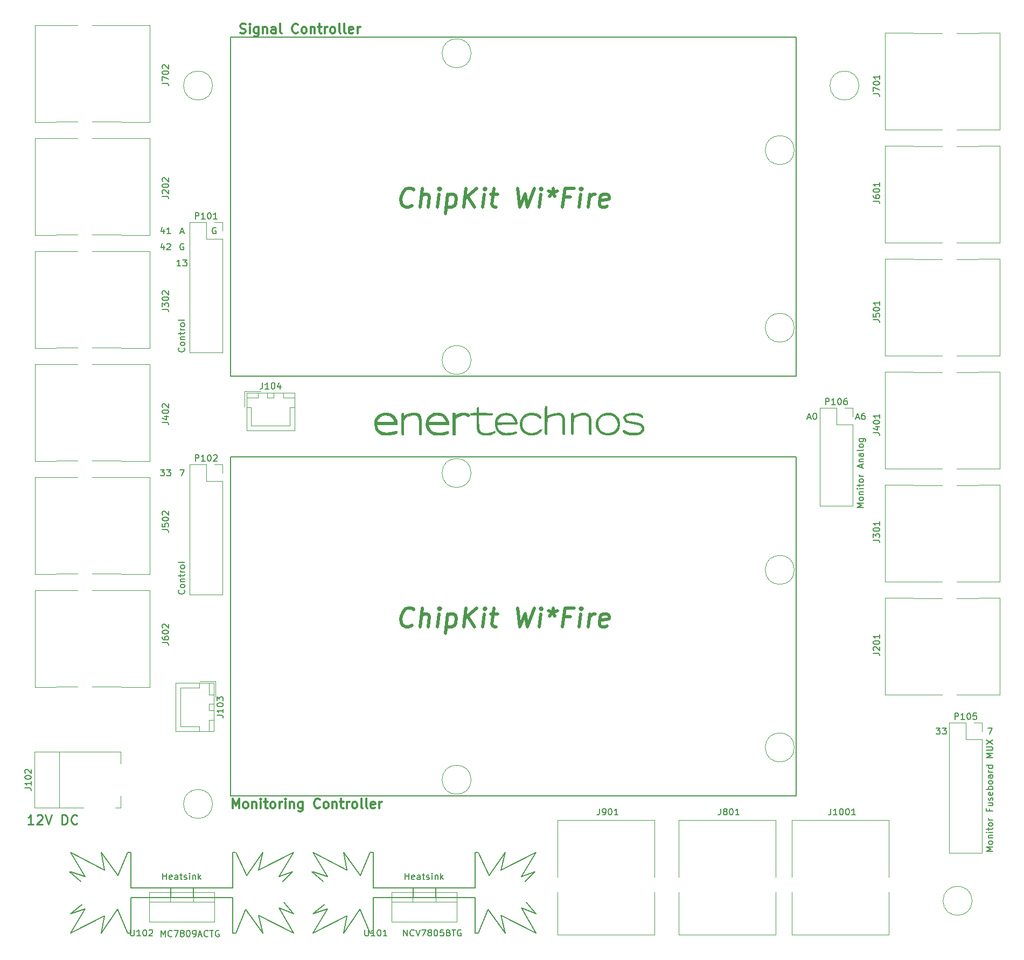
<source format=gbr>
G04 #@! TF.FileFunction,Legend,Top*
%FSLAX46Y46*%
G04 Gerber Fmt 4.6, Leading zero omitted, Abs format (unit mm)*
G04 Created by KiCad (PCBNEW 4.0.7) date 01/04/18 11:22:08*
%MOMM*%
%LPD*%
G01*
G04 APERTURE LIST*
%ADD10C,0.100000*%
%ADD11C,0.500000*%
%ADD12C,0.200000*%
%ADD13C,0.300000*%
%ADD14C,0.120000*%
%ADD15C,0.150000*%
%ADD16C,0.010000*%
%ADD17C,0.250000*%
G04 APERTURE END LIST*
D10*
D11*
X61566071Y49728571D02*
X61405357Y49585714D01*
X60958929Y49442857D01*
X60673215Y49442857D01*
X60262500Y49585714D01*
X60012501Y49871429D01*
X59905358Y50157143D01*
X59833929Y50728571D01*
X59887501Y51157143D01*
X60101786Y51728571D01*
X60280358Y52014286D01*
X60601786Y52300000D01*
X61048215Y52442857D01*
X61333929Y52442857D01*
X61744643Y52300000D01*
X61869643Y52157143D01*
X62816072Y49442857D02*
X63191072Y52442857D01*
X64101786Y49442857D02*
X64298215Y51014286D01*
X64191072Y51300000D01*
X63923215Y51442857D01*
X63494643Y51442857D01*
X63191072Y51300000D01*
X63030358Y51157143D01*
X65530358Y49442857D02*
X65780358Y51442857D01*
X65905358Y52442857D02*
X65744644Y52300000D01*
X65869644Y52157143D01*
X66030358Y52300000D01*
X65905358Y52442857D01*
X65869644Y52157143D01*
X67208929Y51442857D02*
X66833929Y48442857D01*
X67191072Y51300000D02*
X67494643Y51442857D01*
X68066072Y51442857D01*
X68333929Y51300000D01*
X68458929Y51157143D01*
X68566072Y50871429D01*
X68458929Y50014286D01*
X68280357Y49728571D01*
X68119643Y49585714D01*
X67816072Y49442857D01*
X67244643Y49442857D01*
X66976786Y49585714D01*
X69673215Y49442857D02*
X70048215Y52442857D01*
X71387500Y49442857D02*
X70316072Y51157143D01*
X71762500Y52442857D02*
X69833929Y50728571D01*
X72673215Y49442857D02*
X72923215Y51442857D01*
X73048215Y52442857D02*
X72887501Y52300000D01*
X73012501Y52157143D01*
X73173215Y52300000D01*
X73048215Y52442857D01*
X73012501Y52157143D01*
X73923214Y51442857D02*
X75066071Y51442857D01*
X74476786Y52442857D02*
X74155358Y49871429D01*
X74262500Y49585714D01*
X74530357Y49442857D01*
X74816071Y49442857D01*
X78191071Y52442857D02*
X78530357Y49442857D01*
X79369643Y51585714D01*
X79673214Y49442857D01*
X80762500Y52442857D01*
X81530357Y49442857D02*
X81780357Y51442857D01*
X81905357Y52442857D02*
X81744643Y52300000D01*
X81869643Y52157143D01*
X82030357Y52300000D01*
X81905357Y52442857D01*
X81869643Y52157143D01*
X83762499Y52442857D02*
X83673213Y51728571D01*
X82994642Y52014286D02*
X83673213Y51728571D01*
X84423214Y52014286D01*
X83173214Y51157143D02*
X83673213Y51728571D01*
X84030357Y51157143D01*
X86441071Y51014286D02*
X85441071Y51014286D01*
X85244642Y49442857D02*
X85619642Y52442857D01*
X87048213Y52442857D01*
X87816071Y49442857D02*
X88066071Y51442857D01*
X88191071Y52442857D02*
X88030357Y52300000D01*
X88155357Y52157143D01*
X88316071Y52300000D01*
X88191071Y52442857D01*
X88155357Y52157143D01*
X89244642Y49442857D02*
X89494642Y51442857D01*
X89423214Y50871429D02*
X89601785Y51157143D01*
X89762499Y51300000D01*
X90066070Y51442857D01*
X90351785Y51442857D01*
X92262499Y49585714D02*
X91958928Y49442857D01*
X91387499Y49442857D01*
X91119642Y49585714D01*
X91012500Y49871429D01*
X91155357Y51014286D01*
X91333928Y51300000D01*
X91637499Y51442857D01*
X92208928Y51442857D01*
X92476785Y51300000D01*
X92583928Y51014286D01*
X92548213Y50728571D01*
X91083928Y50442857D01*
X61566071Y115768571D02*
X61405357Y115625714D01*
X60958929Y115482857D01*
X60673215Y115482857D01*
X60262500Y115625714D01*
X60012501Y115911429D01*
X59905358Y116197143D01*
X59833929Y116768571D01*
X59887501Y117197143D01*
X60101786Y117768571D01*
X60280358Y118054286D01*
X60601786Y118340000D01*
X61048215Y118482857D01*
X61333929Y118482857D01*
X61744643Y118340000D01*
X61869643Y118197143D01*
X62816072Y115482857D02*
X63191072Y118482857D01*
X64101786Y115482857D02*
X64298215Y117054286D01*
X64191072Y117340000D01*
X63923215Y117482857D01*
X63494643Y117482857D01*
X63191072Y117340000D01*
X63030358Y117197143D01*
X65530358Y115482857D02*
X65780358Y117482857D01*
X65905358Y118482857D02*
X65744644Y118340000D01*
X65869644Y118197143D01*
X66030358Y118340000D01*
X65905358Y118482857D01*
X65869644Y118197143D01*
X67208929Y117482857D02*
X66833929Y114482857D01*
X67191072Y117340000D02*
X67494643Y117482857D01*
X68066072Y117482857D01*
X68333929Y117340000D01*
X68458929Y117197143D01*
X68566072Y116911429D01*
X68458929Y116054286D01*
X68280357Y115768571D01*
X68119643Y115625714D01*
X67816072Y115482857D01*
X67244643Y115482857D01*
X66976786Y115625714D01*
X69673215Y115482857D02*
X70048215Y118482857D01*
X71387500Y115482857D02*
X70316072Y117197143D01*
X71762500Y118482857D02*
X69833929Y116768571D01*
X72673215Y115482857D02*
X72923215Y117482857D01*
X73048215Y118482857D02*
X72887501Y118340000D01*
X73012501Y118197143D01*
X73173215Y118340000D01*
X73048215Y118482857D01*
X73012501Y118197143D01*
X73923214Y117482857D02*
X75066071Y117482857D01*
X74476786Y118482857D02*
X74155358Y115911429D01*
X74262500Y115625714D01*
X74530357Y115482857D01*
X74816071Y115482857D01*
X78191071Y118482857D02*
X78530357Y115482857D01*
X79369643Y117625714D01*
X79673214Y115482857D01*
X80762500Y118482857D01*
X81530357Y115482857D02*
X81780357Y117482857D01*
X81905357Y118482857D02*
X81744643Y118340000D01*
X81869643Y118197143D01*
X82030357Y118340000D01*
X81905357Y118482857D01*
X81869643Y118197143D01*
X83762499Y118482857D02*
X83673213Y117768571D01*
X82994642Y118054286D02*
X83673213Y117768571D01*
X84423214Y118054286D01*
X83173214Y117197143D02*
X83673213Y117768571D01*
X84030357Y117197143D01*
X86441071Y117054286D02*
X85441071Y117054286D01*
X85244642Y115482857D02*
X85619642Y118482857D01*
X87048213Y118482857D01*
X87816071Y115482857D02*
X88066071Y117482857D01*
X88191071Y118482857D02*
X88030357Y118340000D01*
X88155357Y118197143D01*
X88316071Y118340000D01*
X88191071Y118482857D01*
X88155357Y118197143D01*
X89244642Y115482857D02*
X89494642Y117482857D01*
X89423214Y116911429D02*
X89601785Y117197143D01*
X89762499Y117340000D01*
X90066070Y117482857D01*
X90351785Y117482857D01*
X92262499Y115625714D02*
X91958928Y115482857D01*
X91387499Y115482857D01*
X91119642Y115625714D01*
X91012500Y115911429D01*
X91155357Y117054286D01*
X91333928Y117340000D01*
X91637499Y117482857D01*
X92208928Y117482857D01*
X92476785Y117340000D01*
X92583928Y117054286D01*
X92548213Y116768571D01*
X91083928Y116482857D01*
D12*
X121920000Y76200000D02*
X121920000Y22860000D01*
X121920000Y76200000D02*
X121920000Y22860000D01*
D13*
X34575714Y142902857D02*
X34790000Y142831429D01*
X35147143Y142831429D01*
X35290000Y142902857D01*
X35361429Y142974286D01*
X35432857Y143117143D01*
X35432857Y143260000D01*
X35361429Y143402857D01*
X35290000Y143474286D01*
X35147143Y143545714D01*
X34861429Y143617143D01*
X34718571Y143688571D01*
X34647143Y143760000D01*
X34575714Y143902857D01*
X34575714Y144045714D01*
X34647143Y144188571D01*
X34718571Y144260000D01*
X34861429Y144331429D01*
X35218571Y144331429D01*
X35432857Y144260000D01*
X36075714Y142831429D02*
X36075714Y143831429D01*
X36075714Y144331429D02*
X36004285Y144260000D01*
X36075714Y144188571D01*
X36147142Y144260000D01*
X36075714Y144331429D01*
X36075714Y144188571D01*
X37432857Y143831429D02*
X37432857Y142617143D01*
X37361428Y142474286D01*
X37290000Y142402857D01*
X37147143Y142331429D01*
X36932857Y142331429D01*
X36790000Y142402857D01*
X37432857Y142902857D02*
X37290000Y142831429D01*
X37004286Y142831429D01*
X36861428Y142902857D01*
X36790000Y142974286D01*
X36718571Y143117143D01*
X36718571Y143545714D01*
X36790000Y143688571D01*
X36861428Y143760000D01*
X37004286Y143831429D01*
X37290000Y143831429D01*
X37432857Y143760000D01*
X38147143Y143831429D02*
X38147143Y142831429D01*
X38147143Y143688571D02*
X38218571Y143760000D01*
X38361429Y143831429D01*
X38575714Y143831429D01*
X38718571Y143760000D01*
X38790000Y143617143D01*
X38790000Y142831429D01*
X40147143Y142831429D02*
X40147143Y143617143D01*
X40075714Y143760000D01*
X39932857Y143831429D01*
X39647143Y143831429D01*
X39504286Y143760000D01*
X40147143Y142902857D02*
X40004286Y142831429D01*
X39647143Y142831429D01*
X39504286Y142902857D01*
X39432857Y143045714D01*
X39432857Y143188571D01*
X39504286Y143331429D01*
X39647143Y143402857D01*
X40004286Y143402857D01*
X40147143Y143474286D01*
X41075715Y142831429D02*
X40932857Y142902857D01*
X40861429Y143045714D01*
X40861429Y144331429D01*
X43647143Y142974286D02*
X43575714Y142902857D01*
X43361428Y142831429D01*
X43218571Y142831429D01*
X43004286Y142902857D01*
X42861428Y143045714D01*
X42790000Y143188571D01*
X42718571Y143474286D01*
X42718571Y143688571D01*
X42790000Y143974286D01*
X42861428Y144117143D01*
X43004286Y144260000D01*
X43218571Y144331429D01*
X43361428Y144331429D01*
X43575714Y144260000D01*
X43647143Y144188571D01*
X44504286Y142831429D02*
X44361428Y142902857D01*
X44290000Y142974286D01*
X44218571Y143117143D01*
X44218571Y143545714D01*
X44290000Y143688571D01*
X44361428Y143760000D01*
X44504286Y143831429D01*
X44718571Y143831429D01*
X44861428Y143760000D01*
X44932857Y143688571D01*
X45004286Y143545714D01*
X45004286Y143117143D01*
X44932857Y142974286D01*
X44861428Y142902857D01*
X44718571Y142831429D01*
X44504286Y142831429D01*
X45647143Y143831429D02*
X45647143Y142831429D01*
X45647143Y143688571D02*
X45718571Y143760000D01*
X45861429Y143831429D01*
X46075714Y143831429D01*
X46218571Y143760000D01*
X46290000Y143617143D01*
X46290000Y142831429D01*
X46790000Y143831429D02*
X47361429Y143831429D01*
X47004286Y144331429D02*
X47004286Y143045714D01*
X47075714Y142902857D01*
X47218572Y142831429D01*
X47361429Y142831429D01*
X47861429Y142831429D02*
X47861429Y143831429D01*
X47861429Y143545714D02*
X47932857Y143688571D01*
X48004286Y143760000D01*
X48147143Y143831429D01*
X48290000Y143831429D01*
X49004286Y142831429D02*
X48861428Y142902857D01*
X48790000Y142974286D01*
X48718571Y143117143D01*
X48718571Y143545714D01*
X48790000Y143688571D01*
X48861428Y143760000D01*
X49004286Y143831429D01*
X49218571Y143831429D01*
X49361428Y143760000D01*
X49432857Y143688571D01*
X49504286Y143545714D01*
X49504286Y143117143D01*
X49432857Y142974286D01*
X49361428Y142902857D01*
X49218571Y142831429D01*
X49004286Y142831429D01*
X50361429Y142831429D02*
X50218571Y142902857D01*
X50147143Y143045714D01*
X50147143Y144331429D01*
X51147143Y142831429D02*
X51004285Y142902857D01*
X50932857Y143045714D01*
X50932857Y144331429D01*
X52289999Y142902857D02*
X52147142Y142831429D01*
X51861428Y142831429D01*
X51718571Y142902857D01*
X51647142Y143045714D01*
X51647142Y143617143D01*
X51718571Y143760000D01*
X51861428Y143831429D01*
X52147142Y143831429D01*
X52289999Y143760000D01*
X52361428Y143617143D01*
X52361428Y143474286D01*
X51647142Y143331429D01*
X53004285Y142831429D02*
X53004285Y143831429D01*
X53004285Y143545714D02*
X53075713Y143688571D01*
X53147142Y143760000D01*
X53289999Y143831429D01*
X53432856Y143831429D01*
X33377143Y20911429D02*
X33377143Y22411429D01*
X33877143Y21340000D01*
X34377143Y22411429D01*
X34377143Y20911429D01*
X35305715Y20911429D02*
X35162857Y20982857D01*
X35091429Y21054286D01*
X35020000Y21197143D01*
X35020000Y21625714D01*
X35091429Y21768571D01*
X35162857Y21840000D01*
X35305715Y21911429D01*
X35520000Y21911429D01*
X35662857Y21840000D01*
X35734286Y21768571D01*
X35805715Y21625714D01*
X35805715Y21197143D01*
X35734286Y21054286D01*
X35662857Y20982857D01*
X35520000Y20911429D01*
X35305715Y20911429D01*
X36448572Y21911429D02*
X36448572Y20911429D01*
X36448572Y21768571D02*
X36520000Y21840000D01*
X36662858Y21911429D01*
X36877143Y21911429D01*
X37020000Y21840000D01*
X37091429Y21697143D01*
X37091429Y20911429D01*
X37805715Y20911429D02*
X37805715Y21911429D01*
X37805715Y22411429D02*
X37734286Y22340000D01*
X37805715Y22268571D01*
X37877143Y22340000D01*
X37805715Y22411429D01*
X37805715Y22268571D01*
X38305715Y21911429D02*
X38877144Y21911429D01*
X38520001Y22411429D02*
X38520001Y21125714D01*
X38591429Y20982857D01*
X38734287Y20911429D01*
X38877144Y20911429D01*
X39591430Y20911429D02*
X39448572Y20982857D01*
X39377144Y21054286D01*
X39305715Y21197143D01*
X39305715Y21625714D01*
X39377144Y21768571D01*
X39448572Y21840000D01*
X39591430Y21911429D01*
X39805715Y21911429D01*
X39948572Y21840000D01*
X40020001Y21768571D01*
X40091430Y21625714D01*
X40091430Y21197143D01*
X40020001Y21054286D01*
X39948572Y20982857D01*
X39805715Y20911429D01*
X39591430Y20911429D01*
X40734287Y20911429D02*
X40734287Y21911429D01*
X40734287Y21625714D02*
X40805715Y21768571D01*
X40877144Y21840000D01*
X41020001Y21911429D01*
X41162858Y21911429D01*
X41662858Y20911429D02*
X41662858Y21911429D01*
X41662858Y22411429D02*
X41591429Y22340000D01*
X41662858Y22268571D01*
X41734286Y22340000D01*
X41662858Y22411429D01*
X41662858Y22268571D01*
X42377144Y21911429D02*
X42377144Y20911429D01*
X42377144Y21768571D02*
X42448572Y21840000D01*
X42591430Y21911429D01*
X42805715Y21911429D01*
X42948572Y21840000D01*
X43020001Y21697143D01*
X43020001Y20911429D01*
X44377144Y21911429D02*
X44377144Y20697143D01*
X44305715Y20554286D01*
X44234287Y20482857D01*
X44091430Y20411429D01*
X43877144Y20411429D01*
X43734287Y20482857D01*
X44377144Y20982857D02*
X44234287Y20911429D01*
X43948573Y20911429D01*
X43805715Y20982857D01*
X43734287Y21054286D01*
X43662858Y21197143D01*
X43662858Y21625714D01*
X43734287Y21768571D01*
X43805715Y21840000D01*
X43948573Y21911429D01*
X44234287Y21911429D01*
X44377144Y21840000D01*
X47091430Y21054286D02*
X47020001Y20982857D01*
X46805715Y20911429D01*
X46662858Y20911429D01*
X46448573Y20982857D01*
X46305715Y21125714D01*
X46234287Y21268571D01*
X46162858Y21554286D01*
X46162858Y21768571D01*
X46234287Y22054286D01*
X46305715Y22197143D01*
X46448573Y22340000D01*
X46662858Y22411429D01*
X46805715Y22411429D01*
X47020001Y22340000D01*
X47091430Y22268571D01*
X47948573Y20911429D02*
X47805715Y20982857D01*
X47734287Y21054286D01*
X47662858Y21197143D01*
X47662858Y21625714D01*
X47734287Y21768571D01*
X47805715Y21840000D01*
X47948573Y21911429D01*
X48162858Y21911429D01*
X48305715Y21840000D01*
X48377144Y21768571D01*
X48448573Y21625714D01*
X48448573Y21197143D01*
X48377144Y21054286D01*
X48305715Y20982857D01*
X48162858Y20911429D01*
X47948573Y20911429D01*
X49091430Y21911429D02*
X49091430Y20911429D01*
X49091430Y21768571D02*
X49162858Y21840000D01*
X49305716Y21911429D01*
X49520001Y21911429D01*
X49662858Y21840000D01*
X49734287Y21697143D01*
X49734287Y20911429D01*
X50234287Y21911429D02*
X50805716Y21911429D01*
X50448573Y22411429D02*
X50448573Y21125714D01*
X50520001Y20982857D01*
X50662859Y20911429D01*
X50805716Y20911429D01*
X51305716Y20911429D02*
X51305716Y21911429D01*
X51305716Y21625714D02*
X51377144Y21768571D01*
X51448573Y21840000D01*
X51591430Y21911429D01*
X51734287Y21911429D01*
X52448573Y20911429D02*
X52305715Y20982857D01*
X52234287Y21054286D01*
X52162858Y21197143D01*
X52162858Y21625714D01*
X52234287Y21768571D01*
X52305715Y21840000D01*
X52448573Y21911429D01*
X52662858Y21911429D01*
X52805715Y21840000D01*
X52877144Y21768571D01*
X52948573Y21625714D01*
X52948573Y21197143D01*
X52877144Y21054286D01*
X52805715Y20982857D01*
X52662858Y20911429D01*
X52448573Y20911429D01*
X53805716Y20911429D02*
X53662858Y20982857D01*
X53591430Y21125714D01*
X53591430Y22411429D01*
X54591430Y20911429D02*
X54448572Y20982857D01*
X54377144Y21125714D01*
X54377144Y22411429D01*
X55734286Y20982857D02*
X55591429Y20911429D01*
X55305715Y20911429D01*
X55162858Y20982857D01*
X55091429Y21125714D01*
X55091429Y21697143D01*
X55162858Y21840000D01*
X55305715Y21911429D01*
X55591429Y21911429D01*
X55734286Y21840000D01*
X55805715Y21697143D01*
X55805715Y21554286D01*
X55091429Y21411429D01*
X56448572Y20911429D02*
X56448572Y21911429D01*
X56448572Y21625714D02*
X56520000Y21768571D01*
X56591429Y21840000D01*
X56734286Y21911429D01*
X56877143Y21911429D01*
D12*
X33020000Y142240000D02*
X121920000Y142240000D01*
X121920000Y142240000D02*
X121920000Y88900000D01*
X121920000Y88900000D02*
X33020000Y88900000D01*
X33020000Y142240000D02*
X33020000Y88900000D01*
X33020000Y142240000D02*
X33020000Y88900000D01*
X121920000Y22860000D02*
X33020000Y22860000D01*
X121920000Y76200000D02*
X121920000Y22860000D01*
X33020000Y76200000D02*
X121920000Y76200000D01*
X33020000Y22860000D02*
X33020000Y76200000D01*
X121920000Y88900000D02*
X33020000Y88900000D01*
X121920000Y142240000D02*
X121920000Y88900000D01*
X33020000Y142240000D02*
X121920000Y142240000D01*
D14*
X20280000Y7700000D02*
X30520000Y7700000D01*
X20280000Y3059000D02*
X30520000Y3059000D01*
X20280000Y7700000D02*
X20280000Y3059000D01*
X30520000Y7700000D02*
X30520000Y3059000D01*
X20280000Y6190000D02*
X30520000Y6190000D01*
X23550000Y7700000D02*
X23550000Y6190000D01*
X27251000Y7700000D02*
X27251000Y6190000D01*
X58380000Y7700000D02*
X68620000Y7700000D01*
X58380000Y3059000D02*
X68620000Y3059000D01*
X58380000Y7700000D02*
X58380000Y3059000D01*
X68620000Y7700000D02*
X68620000Y3059000D01*
X58380000Y6190000D02*
X68620000Y6190000D01*
X61650000Y7700000D02*
X61650000Y6190000D01*
X65351000Y7700000D02*
X65351000Y6190000D01*
D15*
X23622000Y8382000D02*
X23622000Y6858000D01*
X27178000Y8382000D02*
X27178000Y6858000D01*
X16891000Y1270000D02*
X17399000Y1270000D01*
X42926000Y13970000D02*
X37465000Y11176000D01*
X37465000Y11176000D02*
X38100000Y13970000D01*
X15367000Y10287000D02*
X12700000Y13970000D01*
X12700000Y13970000D02*
X13208000Y11176000D01*
X13208000Y11176000D02*
X7874000Y13970000D01*
X15240000Y4953000D02*
X12700000Y1270000D01*
X12700000Y1270000D02*
X13208000Y3937000D01*
X13208000Y3937000D02*
X7874000Y1270000D01*
X10160000Y5080000D02*
X7874000Y1270000D01*
X10160000Y10160000D02*
X7874000Y13970000D01*
X33401000Y13970000D02*
X33782000Y13970000D01*
X33401000Y1270000D02*
X33909000Y1270000D01*
X35433000Y4953000D02*
X38100000Y1270000D01*
X38100000Y1270000D02*
X37465000Y4064000D01*
X37465000Y4064000D02*
X42926000Y1270000D01*
X40640000Y5207000D02*
X42926000Y4318000D01*
X42926000Y4318000D02*
X41402000Y6096000D01*
X42926000Y1270000D02*
X40640000Y5207000D01*
X40640000Y10160000D02*
X42799000Y10922000D01*
X42799000Y10922000D02*
X41275000Y9398000D01*
X42926000Y13970000D02*
X40640000Y10160000D01*
X35560000Y10287000D02*
X38100000Y13970000D01*
X33909000Y1270000D02*
X35433000Y4953000D01*
X33909000Y13970000D02*
X35560000Y10287000D01*
X16891000Y1270000D02*
X15240000Y5080000D01*
X17399000Y13970000D02*
X16891000Y13970000D01*
X16891000Y13970000D02*
X15367000Y10287000D01*
X7874000Y4318000D02*
X9652000Y5715000D01*
X7747000Y10922000D02*
X9525000Y9398000D01*
X7874000Y4318000D02*
X10160000Y5080000D01*
X7874000Y10922000D02*
X10160000Y10160000D01*
X25400000Y6858000D02*
X17399000Y6858000D01*
X17399000Y6858000D02*
X17399000Y1270000D01*
X25400000Y6858000D02*
X33401000Y6858000D01*
X33401000Y6858000D02*
X33401000Y1270000D01*
X25400000Y8382000D02*
X17399000Y8382000D01*
X17399000Y8382000D02*
X17399000Y13970000D01*
X25400000Y8382000D02*
X33401000Y8382000D01*
X33401000Y8382000D02*
X33401000Y13970000D01*
D14*
X30226000Y21590000D02*
G75*
G03X30226000Y21590000I-2286000J0D01*
G01*
X149606000Y6350000D02*
G75*
G03X149606000Y6350000I-2286000J0D01*
G01*
X131826000Y134620000D02*
G75*
G03X131826000Y134620000I-2286000J0D01*
G01*
X30226000Y134620000D02*
G75*
G03X30226000Y134620000I-2286000J0D01*
G01*
X121666000Y58420000D02*
G75*
G03X121666000Y58420000I-2286000J0D01*
G01*
X70866000Y73660000D02*
G75*
G03X70866000Y73660000I-2286000J0D01*
G01*
X121666000Y30480000D02*
G75*
G03X121666000Y30480000I-2286000J0D01*
G01*
X70866000Y25400000D02*
G75*
G03X70866000Y25400000I-2286000J0D01*
G01*
X121666000Y124460000D02*
G75*
G03X121666000Y124460000I-2286000J0D01*
G01*
X121666000Y96520000D02*
G75*
G03X121666000Y96520000I-2286000J0D01*
G01*
X70866000Y91440000D02*
G75*
G03X70866000Y91440000I-2286000J0D01*
G01*
X70866000Y139700000D02*
G75*
G03X70866000Y139700000I-2286000J0D01*
G01*
D15*
X61722000Y8382000D02*
X61722000Y6858000D01*
X65278000Y8382000D02*
X65278000Y6858000D01*
X54991000Y1270000D02*
X55499000Y1270000D01*
X81026000Y13970000D02*
X75565000Y11176000D01*
X75565000Y11176000D02*
X76200000Y13970000D01*
X53467000Y10287000D02*
X50800000Y13970000D01*
X50800000Y13970000D02*
X51308000Y11176000D01*
X51308000Y11176000D02*
X45974000Y13970000D01*
X53340000Y4953000D02*
X50800000Y1270000D01*
X50800000Y1270000D02*
X51308000Y3937000D01*
X51308000Y3937000D02*
X45974000Y1270000D01*
X48260000Y5080000D02*
X45974000Y1270000D01*
X48260000Y10160000D02*
X45974000Y13970000D01*
X71501000Y13970000D02*
X71882000Y13970000D01*
X71501000Y1270000D02*
X72009000Y1270000D01*
X73533000Y4953000D02*
X76200000Y1270000D01*
X76200000Y1270000D02*
X75565000Y4064000D01*
X75565000Y4064000D02*
X81026000Y1270000D01*
X78740000Y5207000D02*
X81026000Y4318000D01*
X81026000Y4318000D02*
X79502000Y6096000D01*
X81026000Y1270000D02*
X78740000Y5207000D01*
X78740000Y10160000D02*
X80899000Y10922000D01*
X80899000Y10922000D02*
X79375000Y9398000D01*
X81026000Y13970000D02*
X78740000Y10160000D01*
X73660000Y10287000D02*
X76200000Y13970000D01*
X72009000Y1270000D02*
X73533000Y4953000D01*
X72009000Y13970000D02*
X73660000Y10287000D01*
X54991000Y1270000D02*
X53340000Y5080000D01*
X55499000Y13970000D02*
X54991000Y13970000D01*
X54991000Y13970000D02*
X53467000Y10287000D01*
X45974000Y4318000D02*
X47752000Y5715000D01*
X45847000Y10922000D02*
X47625000Y9398000D01*
X45974000Y4318000D02*
X48260000Y5080000D01*
X45974000Y10922000D02*
X48260000Y10160000D01*
X63500000Y6858000D02*
X55499000Y6858000D01*
X55499000Y6858000D02*
X55499000Y1270000D01*
X63500000Y6858000D02*
X71501000Y6858000D01*
X71501000Y6858000D02*
X71501000Y1270000D01*
X63500000Y8382000D02*
X55499000Y8382000D01*
X55499000Y8382000D02*
X55499000Y13970000D01*
X63500000Y8382000D02*
X71501000Y8382000D01*
X71501000Y8382000D02*
X71501000Y13970000D01*
D14*
X31810000Y72390000D02*
X31810000Y54550000D01*
X31810000Y54550000D02*
X26610000Y54550000D01*
X26610000Y54550000D02*
X26610000Y74990000D01*
X26610000Y74990000D02*
X29210000Y74990000D01*
X29210000Y74990000D02*
X29210000Y72390000D01*
X29210000Y72390000D02*
X31810000Y72390000D01*
X31810000Y73660000D02*
X31810000Y74990000D01*
X31810000Y74990000D02*
X30540000Y74990000D01*
X31810000Y110490000D02*
X31810000Y92650000D01*
X31810000Y92650000D02*
X26610000Y92650000D01*
X26610000Y92650000D02*
X26610000Y113090000D01*
X26610000Y113090000D02*
X29210000Y113090000D01*
X29210000Y113090000D02*
X29210000Y110490000D01*
X29210000Y110490000D02*
X31810000Y110490000D01*
X31810000Y111760000D02*
X31810000Y113090000D01*
X31810000Y113090000D02*
X30540000Y113090000D01*
X151190000Y31750000D02*
X151190000Y13910000D01*
X151190000Y13910000D02*
X145990000Y13910000D01*
X145990000Y13910000D02*
X145990000Y34350000D01*
X145990000Y34350000D02*
X148590000Y34350000D01*
X148590000Y34350000D02*
X148590000Y31750000D01*
X148590000Y31750000D02*
X151190000Y31750000D01*
X151190000Y33020000D02*
X151190000Y34350000D01*
X151190000Y34350000D02*
X149920000Y34350000D01*
X130870000Y81280000D02*
X130870000Y68520000D01*
X130870000Y68520000D02*
X125670000Y68520000D01*
X125670000Y68520000D02*
X125670000Y83880000D01*
X125670000Y83880000D02*
X128270000Y83880000D01*
X128270000Y83880000D02*
X128270000Y81280000D01*
X128270000Y81280000D02*
X130870000Y81280000D01*
X130870000Y82550000D02*
X130870000Y83880000D01*
X130870000Y83880000D02*
X129600000Y83880000D01*
X6110000Y29800000D02*
X6110000Y21000000D01*
X9910000Y21000000D02*
X2210000Y21000000D01*
X2210000Y21000000D02*
X2210000Y29800000D01*
X2210000Y29800000D02*
X2410000Y29800000D01*
X15810000Y22850000D02*
X15810000Y21000000D01*
X15810000Y21000000D02*
X14960000Y21000000D01*
X2310000Y29800000D02*
X15810000Y29800000D01*
X15810000Y29800000D02*
X15810000Y27950000D01*
X153920000Y74300000D02*
X153920000Y89540000D01*
X135890000Y89540000D02*
X144880000Y89530000D01*
X135890000Y89540000D02*
X135890000Y74300000D01*
X135890000Y74300000D02*
X144890000Y74300000D01*
X147220000Y89530000D02*
X153920000Y89540000D01*
X147210000Y74300000D02*
X153920000Y74300000D01*
X153920000Y38740000D02*
X153920000Y53980000D01*
X135890000Y53980000D02*
X144880000Y53970000D01*
X135890000Y53980000D02*
X135890000Y38740000D01*
X135890000Y38740000D02*
X144890000Y38740000D01*
X147220000Y53970000D02*
X153920000Y53980000D01*
X147210000Y38740000D02*
X153920000Y38740000D01*
X2290000Y126360000D02*
X2290000Y111120000D01*
X20320000Y111120000D02*
X11330000Y111130000D01*
X20320000Y111120000D02*
X20320000Y126360000D01*
X20320000Y126360000D02*
X11320000Y126360000D01*
X8990000Y111130000D02*
X2290000Y111120000D01*
X9000000Y126360000D02*
X2290000Y126360000D01*
X153920000Y56520000D02*
X153920000Y71760000D01*
X135890000Y71760000D02*
X144880000Y71750000D01*
X135890000Y71760000D02*
X135890000Y56520000D01*
X135890000Y56520000D02*
X144890000Y56520000D01*
X147220000Y71750000D02*
X153920000Y71760000D01*
X147210000Y56520000D02*
X153920000Y56520000D01*
X2290000Y108580000D02*
X2290000Y93340000D01*
X20320000Y93340000D02*
X11330000Y93350000D01*
X20320000Y93340000D02*
X20320000Y108580000D01*
X20320000Y108580000D02*
X11320000Y108580000D01*
X8990000Y93350000D02*
X2290000Y93340000D01*
X9000000Y108580000D02*
X2290000Y108580000D01*
X2290000Y90800000D02*
X2290000Y75560000D01*
X20320000Y75560000D02*
X11330000Y75570000D01*
X20320000Y75560000D02*
X20320000Y90800000D01*
X20320000Y90800000D02*
X11320000Y90800000D01*
X8990000Y75570000D02*
X2290000Y75560000D01*
X9000000Y90800000D02*
X2290000Y90800000D01*
X153920000Y92080000D02*
X153920000Y107320000D01*
X135890000Y107320000D02*
X144880000Y107310000D01*
X135890000Y107320000D02*
X135890000Y92080000D01*
X135890000Y92080000D02*
X144890000Y92080000D01*
X147220000Y107310000D02*
X153920000Y107320000D01*
X147210000Y92080000D02*
X153920000Y92080000D01*
X2290000Y73020000D02*
X2290000Y57780000D01*
X20320000Y57780000D02*
X11330000Y57790000D01*
X20320000Y57780000D02*
X20320000Y73020000D01*
X20320000Y73020000D02*
X11320000Y73020000D01*
X8990000Y57790000D02*
X2290000Y57780000D01*
X9000000Y73020000D02*
X2290000Y73020000D01*
X153920000Y109860000D02*
X153920000Y125100000D01*
X135890000Y125100000D02*
X144880000Y125090000D01*
X135890000Y125100000D02*
X135890000Y109860000D01*
X135890000Y109860000D02*
X144890000Y109860000D01*
X147220000Y125090000D02*
X153920000Y125100000D01*
X147210000Y109860000D02*
X153920000Y109860000D01*
X2290000Y55240000D02*
X2290000Y40000000D01*
X20320000Y40000000D02*
X11330000Y40010000D01*
X20320000Y40000000D02*
X20320000Y55240000D01*
X20320000Y55240000D02*
X11320000Y55240000D01*
X8990000Y40010000D02*
X2290000Y40000000D01*
X9000000Y55240000D02*
X2290000Y55240000D01*
X153920000Y127640000D02*
X153920000Y142880000D01*
X135890000Y142880000D02*
X144880000Y142870000D01*
X135890000Y142880000D02*
X135890000Y127640000D01*
X135890000Y127640000D02*
X144890000Y127640000D01*
X147220000Y142870000D02*
X153920000Y142880000D01*
X147210000Y127640000D02*
X153920000Y127640000D01*
X2290000Y144140000D02*
X2290000Y128900000D01*
X20320000Y128900000D02*
X11330000Y128910000D01*
X20320000Y128900000D02*
X20320000Y144140000D01*
X20320000Y144140000D02*
X11320000Y144140000D01*
X8990000Y128910000D02*
X2290000Y128900000D01*
X9000000Y144140000D02*
X2290000Y144140000D01*
X84460000Y1020000D02*
X99700000Y1020000D01*
X99700000Y19050000D02*
X99690000Y10060000D01*
X99700000Y19050000D02*
X84460000Y19050000D01*
X84460000Y19050000D02*
X84460000Y10050000D01*
X99690000Y7720000D02*
X99700000Y1020000D01*
X84460000Y7730000D02*
X84460000Y1020000D01*
X121290000Y1020000D02*
X136530000Y1020000D01*
X136530000Y19050000D02*
X136520000Y10060000D01*
X136530000Y19050000D02*
X121290000Y19050000D01*
X121290000Y19050000D02*
X121290000Y10050000D01*
X136520000Y7720000D02*
X136530000Y1020000D01*
X121290000Y7730000D02*
X121290000Y1020000D01*
X103510000Y1020000D02*
X118750000Y1020000D01*
X118750000Y19050000D02*
X118740000Y10060000D01*
X118750000Y19050000D02*
X103510000Y19050000D01*
X103510000Y19050000D02*
X103510000Y10050000D01*
X118740000Y7720000D02*
X118750000Y1020000D01*
X103510000Y7730000D02*
X103510000Y1020000D01*
X30390000Y40610000D02*
X24440000Y40610000D01*
X24440000Y40610000D02*
X24440000Y33010000D01*
X24440000Y33010000D02*
X30390000Y33010000D01*
X30390000Y33010000D02*
X30390000Y40610000D01*
X30390000Y37310000D02*
X29640000Y37310000D01*
X29640000Y37310000D02*
X29640000Y36310000D01*
X29640000Y36310000D02*
X30390000Y36310000D01*
X30390000Y36310000D02*
X30390000Y37310000D01*
X30390000Y40610000D02*
X29640000Y40610000D01*
X29640000Y40610000D02*
X29640000Y38810000D01*
X29640000Y38810000D02*
X30390000Y38810000D01*
X30390000Y38810000D02*
X30390000Y40610000D01*
X30390000Y34810000D02*
X29640000Y34810000D01*
X29640000Y34810000D02*
X29640000Y33010000D01*
X29640000Y33010000D02*
X30390000Y33010000D01*
X30390000Y33010000D02*
X30390000Y34810000D01*
X28140000Y40610000D02*
X28140000Y39860000D01*
X28140000Y39860000D02*
X25190000Y39860000D01*
X25190000Y39860000D02*
X25190000Y36810000D01*
X28140000Y33010000D02*
X28140000Y33760000D01*
X28140000Y33760000D02*
X25190000Y33760000D01*
X25190000Y33760000D02*
X25190000Y36810000D01*
X30690000Y38410000D02*
X30690000Y40910000D01*
X30690000Y40910000D02*
X28190000Y40910000D01*
X35550000Y86270000D02*
X35550000Y80320000D01*
X35550000Y80320000D02*
X43150000Y80320000D01*
X43150000Y80320000D02*
X43150000Y86270000D01*
X43150000Y86270000D02*
X35550000Y86270000D01*
X38850000Y86270000D02*
X38850000Y85520000D01*
X38850000Y85520000D02*
X39850000Y85520000D01*
X39850000Y85520000D02*
X39850000Y86270000D01*
X39850000Y86270000D02*
X38850000Y86270000D01*
X35550000Y86270000D02*
X35550000Y85520000D01*
X35550000Y85520000D02*
X37350000Y85520000D01*
X37350000Y85520000D02*
X37350000Y86270000D01*
X37350000Y86270000D02*
X35550000Y86270000D01*
X41350000Y86270000D02*
X41350000Y85520000D01*
X41350000Y85520000D02*
X43150000Y85520000D01*
X43150000Y85520000D02*
X43150000Y86270000D01*
X43150000Y86270000D02*
X41350000Y86270000D01*
X35550000Y84020000D02*
X36300000Y84020000D01*
X36300000Y84020000D02*
X36300000Y81070000D01*
X36300000Y81070000D02*
X39350000Y81070000D01*
X43150000Y84020000D02*
X42400000Y84020000D01*
X42400000Y84020000D02*
X42400000Y81070000D01*
X42400000Y81070000D02*
X39350000Y81070000D01*
X37750000Y86570000D02*
X35250000Y86570000D01*
X35250000Y86570000D02*
X35250000Y84070000D01*
D16*
G36*
X58133496Y83064541D02*
X58463657Y82897841D01*
X58758973Y82623343D01*
X59007311Y82249111D01*
X59173384Y81839464D01*
X59223506Y81512834D01*
X59224334Y81237667D01*
X56018821Y81237667D01*
X56094646Y80973279D01*
X56290048Y80545118D01*
X56596405Y80239630D01*
X57015202Y80056466D01*
X57547923Y79995277D01*
X58196052Y80055714D01*
X58961075Y80237428D01*
X59076167Y80272087D01*
X59189758Y80266971D01*
X59224169Y80131793D01*
X59224334Y80114236D01*
X59207045Y80002990D01*
X59131659Y79923390D01*
X58962893Y79854618D01*
X58665464Y79775853D01*
X58640719Y79769863D01*
X58000707Y79656939D01*
X57402828Y79630935D01*
X56883625Y79691144D01*
X56529247Y79810672D01*
X56132481Y80086751D01*
X55862632Y80464272D01*
X55713555Y80953623D01*
X55682483Y81241746D01*
X55685957Y81661000D01*
X56011191Y81661000D01*
X58777518Y81661000D01*
X58735992Y81878232D01*
X58615214Y82146240D01*
X58382764Y82414678D01*
X58089132Y82635216D01*
X57825264Y82749963D01*
X57363303Y82793450D01*
X56916636Y82692599D01*
X56522997Y82466131D01*
X56220124Y82132765D01*
X56099402Y81893834D01*
X56011191Y81661000D01*
X55685957Y81661000D01*
X55686722Y81753254D01*
X55774561Y82152172D01*
X55960069Y82480311D01*
X56176258Y82709193D01*
X56607748Y82992947D01*
X57106637Y83149135D01*
X57629646Y83174190D01*
X58133496Y83064541D01*
X58133496Y83064541D01*
G37*
X58133496Y83064541D02*
X58463657Y82897841D01*
X58758973Y82623343D01*
X59007311Y82249111D01*
X59173384Y81839464D01*
X59223506Y81512834D01*
X59224334Y81237667D01*
X56018821Y81237667D01*
X56094646Y80973279D01*
X56290048Y80545118D01*
X56596405Y80239630D01*
X57015202Y80056466D01*
X57547923Y79995277D01*
X58196052Y80055714D01*
X58961075Y80237428D01*
X59076167Y80272087D01*
X59189758Y80266971D01*
X59224169Y80131793D01*
X59224334Y80114236D01*
X59207045Y80002990D01*
X59131659Y79923390D01*
X58962893Y79854618D01*
X58665464Y79775853D01*
X58640719Y79769863D01*
X58000707Y79656939D01*
X57402828Y79630935D01*
X56883625Y79691144D01*
X56529247Y79810672D01*
X56132481Y80086751D01*
X55862632Y80464272D01*
X55713555Y80953623D01*
X55682483Y81241746D01*
X55685957Y81661000D01*
X56011191Y81661000D01*
X58777518Y81661000D01*
X58735992Y81878232D01*
X58615214Y82146240D01*
X58382764Y82414678D01*
X58089132Y82635216D01*
X57825264Y82749963D01*
X57363303Y82793450D01*
X56916636Y82692599D01*
X56522997Y82466131D01*
X56220124Y82132765D01*
X56099402Y81893834D01*
X56011191Y81661000D01*
X55685957Y81661000D01*
X55686722Y81753254D01*
X55774561Y82152172D01*
X55960069Y82480311D01*
X56176258Y82709193D01*
X56607748Y82992947D01*
X57106637Y83149135D01*
X57629646Y83174190D01*
X58133496Y83064541D01*
G36*
X62441662Y83072310D02*
X62452820Y83067122D01*
X62650005Y82959277D01*
X62797236Y82832187D01*
X62901664Y82660854D01*
X62970439Y82420285D01*
X63010708Y82085483D01*
X63029624Y81631452D01*
X63034334Y81034104D01*
X63033407Y80516853D01*
X63028705Y80145002D01*
X63017344Y79894620D01*
X62996440Y79741775D01*
X62963108Y79662536D01*
X62914464Y79632972D01*
X62865000Y79629000D01*
X62797477Y79637936D01*
X62750750Y79682244D01*
X62720991Y79788178D01*
X62704370Y79981992D01*
X62697058Y80289938D01*
X62695225Y80738270D01*
X62695195Y80793167D01*
X62687595Y81398873D01*
X62662203Y81858492D01*
X62614296Y82194764D01*
X62539152Y82430432D01*
X62432046Y82588235D01*
X62302603Y82683457D01*
X61973813Y82776670D01*
X61562584Y82768887D01*
X61119879Y82663405D01*
X60948129Y82595805D01*
X60687549Y82477952D01*
X60500329Y82371426D01*
X60374346Y82246940D01*
X60297476Y82075207D01*
X60257598Y81826942D01*
X60242588Y81472856D01*
X60240323Y80983663D01*
X60240334Y80885878D01*
X60239203Y80400690D01*
X60233541Y80059548D01*
X60219940Y79837169D01*
X60194995Y79708269D01*
X60155298Y79647564D01*
X60097445Y79629770D01*
X60071000Y79629000D01*
X60014096Y79635538D01*
X59971608Y79669519D01*
X59941436Y79752498D01*
X59921475Y79906029D01*
X59909623Y80151667D01*
X59903777Y80510965D01*
X59901834Y81005477D01*
X59901667Y81364667D01*
X59902305Y81947939D01*
X59905620Y82383433D01*
X59913715Y82692703D01*
X59928694Y82897302D01*
X59952659Y83018786D01*
X59987712Y83078708D01*
X60035957Y83098622D01*
X60071000Y83100334D01*
X60203465Y83051100D01*
X60240334Y82887241D01*
X60240334Y82674148D01*
X60683184Y82898557D01*
X61138602Y83073533D01*
X61619031Y83164202D01*
X62071155Y83165488D01*
X62441662Y83072310D01*
X62441662Y83072310D01*
G37*
X62441662Y83072310D02*
X62452820Y83067122D01*
X62650005Y82959277D01*
X62797236Y82832187D01*
X62901664Y82660854D01*
X62970439Y82420285D01*
X63010708Y82085483D01*
X63029624Y81631452D01*
X63034334Y81034104D01*
X63033407Y80516853D01*
X63028705Y80145002D01*
X63017344Y79894620D01*
X62996440Y79741775D01*
X62963108Y79662536D01*
X62914464Y79632972D01*
X62865000Y79629000D01*
X62797477Y79637936D01*
X62750750Y79682244D01*
X62720991Y79788178D01*
X62704370Y79981992D01*
X62697058Y80289938D01*
X62695225Y80738270D01*
X62695195Y80793167D01*
X62687595Y81398873D01*
X62662203Y81858492D01*
X62614296Y82194764D01*
X62539152Y82430432D01*
X62432046Y82588235D01*
X62302603Y82683457D01*
X61973813Y82776670D01*
X61562584Y82768887D01*
X61119879Y82663405D01*
X60948129Y82595805D01*
X60687549Y82477952D01*
X60500329Y82371426D01*
X60374346Y82246940D01*
X60297476Y82075207D01*
X60257598Y81826942D01*
X60242588Y81472856D01*
X60240323Y80983663D01*
X60240334Y80885878D01*
X60239203Y80400690D01*
X60233541Y80059548D01*
X60219940Y79837169D01*
X60194995Y79708269D01*
X60155298Y79647564D01*
X60097445Y79629770D01*
X60071000Y79629000D01*
X60014096Y79635538D01*
X59971608Y79669519D01*
X59941436Y79752498D01*
X59921475Y79906029D01*
X59909623Y80151667D01*
X59903777Y80510965D01*
X59901834Y81005477D01*
X59901667Y81364667D01*
X59902305Y81947939D01*
X59905620Y82383433D01*
X59913715Y82692703D01*
X59928694Y82897302D01*
X59952659Y83018786D01*
X59987712Y83078708D01*
X60035957Y83098622D01*
X60071000Y83100334D01*
X60203465Y83051100D01*
X60240334Y82887241D01*
X60240334Y82674148D01*
X60683184Y82898557D01*
X61138602Y83073533D01*
X61619031Y83164202D01*
X62071155Y83165488D01*
X62441662Y83072310D01*
G36*
X65697572Y83164310D02*
X66246373Y83045337D01*
X66697989Y82791578D01*
X67039855Y82414922D01*
X67259401Y81927258D01*
X67321903Y81627604D01*
X67375350Y81237667D01*
X64116643Y81237667D01*
X64173784Y81009998D01*
X64357071Y80589780D01*
X64662581Y80279244D01*
X65080599Y80081933D01*
X65601406Y80001391D01*
X66215286Y80041161D01*
X66611500Y80121083D01*
X66915808Y80188609D01*
X67145143Y80225051D01*
X67260872Y80224763D01*
X67267667Y80216948D01*
X67295088Y80084961D01*
X67313422Y80031614D01*
X67270182Y79939271D01*
X67090542Y79852296D01*
X66807429Y79774815D01*
X66453772Y79710958D01*
X66062499Y79664852D01*
X65666537Y79640627D01*
X65298816Y79642409D01*
X64992263Y79674328D01*
X64824624Y79719589D01*
X64382131Y79982681D01*
X64043529Y80359973D01*
X63823605Y80821671D01*
X63737145Y81337981D01*
X63773110Y81706707D01*
X64135000Y81706707D01*
X64215007Y81691473D01*
X64436393Y81678392D01*
X64771212Y81668380D01*
X65191514Y81662355D01*
X65527596Y81661000D01*
X66920192Y81661000D01*
X66830700Y81917717D01*
X66612035Y82316204D01*
X66289776Y82596607D01*
X65888715Y82751255D01*
X65433643Y82772475D01*
X64949354Y82652596D01*
X64749664Y82561688D01*
X64573592Y82421352D01*
X64385473Y82200983D01*
X64227207Y81958864D01*
X64140698Y81753280D01*
X64135000Y81706707D01*
X63773110Y81706707D01*
X63783836Y81816667D01*
X63971295Y82316083D01*
X64288680Y82708584D01*
X64709408Y82986972D01*
X64997412Y83113475D01*
X65245153Y83171116D01*
X65537727Y83175167D01*
X65697572Y83164310D01*
X65697572Y83164310D01*
G37*
X65697572Y83164310D02*
X66246373Y83045337D01*
X66697989Y82791578D01*
X67039855Y82414922D01*
X67259401Y81927258D01*
X67321903Y81627604D01*
X67375350Y81237667D01*
X64116643Y81237667D01*
X64173784Y81009998D01*
X64357071Y80589780D01*
X64662581Y80279244D01*
X65080599Y80081933D01*
X65601406Y80001391D01*
X66215286Y80041161D01*
X66611500Y80121083D01*
X66915808Y80188609D01*
X67145143Y80225051D01*
X67260872Y80224763D01*
X67267667Y80216948D01*
X67295088Y80084961D01*
X67313422Y80031614D01*
X67270182Y79939271D01*
X67090542Y79852296D01*
X66807429Y79774815D01*
X66453772Y79710958D01*
X66062499Y79664852D01*
X65666537Y79640627D01*
X65298816Y79642409D01*
X64992263Y79674328D01*
X64824624Y79719589D01*
X64382131Y79982681D01*
X64043529Y80359973D01*
X63823605Y80821671D01*
X63737145Y81337981D01*
X63773110Y81706707D01*
X64135000Y81706707D01*
X64215007Y81691473D01*
X64436393Y81678392D01*
X64771212Y81668380D01*
X65191514Y81662355D01*
X65527596Y81661000D01*
X66920192Y81661000D01*
X66830700Y81917717D01*
X66612035Y82316204D01*
X66289776Y82596607D01*
X65888715Y82751255D01*
X65433643Y82772475D01*
X64949354Y82652596D01*
X64749664Y82561688D01*
X64573592Y82421352D01*
X64385473Y82200983D01*
X64227207Y81958864D01*
X64140698Y81753280D01*
X64135000Y81706707D01*
X63773110Y81706707D01*
X63783836Y81816667D01*
X63971295Y82316083D01*
X64288680Y82708584D01*
X64709408Y82986972D01*
X64997412Y83113475D01*
X65245153Y83171116D01*
X65537727Y83175167D01*
X65697572Y83164310D01*
G36*
X70281206Y83048588D02*
X70283071Y83047705D01*
X70531895Y82908248D01*
X70629908Y82787902D01*
X70590803Y82665638D01*
X70556596Y82627644D01*
X70460283Y82565240D01*
X70330841Y82577309D01*
X70114936Y82670190D01*
X70088220Y82683333D01*
X69838629Y82788925D01*
X69633573Y82811704D01*
X69376231Y82762092D01*
X69370476Y82760587D01*
X69050289Y82646074D01*
X68734169Y82487848D01*
X68685834Y82457821D01*
X68368334Y82251265D01*
X68368334Y79629000D01*
X67945000Y79629000D01*
X67945000Y83100334D01*
X68156667Y83100334D01*
X68323401Y83059932D01*
X68368334Y82934896D01*
X68377689Y82846578D01*
X68430013Y82821504D01*
X68561697Y82863071D01*
X68809129Y82974677D01*
X68812834Y82976402D01*
X69331845Y83145682D01*
X69831893Y83170258D01*
X70281206Y83048588D01*
X70281206Y83048588D01*
G37*
X70281206Y83048588D02*
X70283071Y83047705D01*
X70531895Y82908248D01*
X70629908Y82787902D01*
X70590803Y82665638D01*
X70556596Y82627644D01*
X70460283Y82565240D01*
X70330841Y82577309D01*
X70114936Y82670190D01*
X70088220Y82683333D01*
X69838629Y82788925D01*
X69633573Y82811704D01*
X69376231Y82762092D01*
X69370476Y82760587D01*
X69050289Y82646074D01*
X68734169Y82487848D01*
X68685834Y82457821D01*
X68368334Y82251265D01*
X68368334Y79629000D01*
X67945000Y79629000D01*
X67945000Y83100334D01*
X68156667Y83100334D01*
X68323401Y83059932D01*
X68368334Y82934896D01*
X68377689Y82846578D01*
X68430013Y82821504D01*
X68561697Y82863071D01*
X68809129Y82974677D01*
X68812834Y82976402D01*
X69331845Y83145682D01*
X69831893Y83170258D01*
X70281206Y83048588D01*
G36*
X71958589Y83989861D02*
X71998020Y83843164D01*
X72009000Y83566000D01*
X72009000Y83100334D01*
X73109667Y83100334D01*
X73559008Y83098898D01*
X73866008Y83091821D01*
X74057652Y83074953D01*
X74160925Y83044141D01*
X74202814Y82995235D01*
X74210334Y82931000D01*
X74201043Y82862043D01*
X74155233Y82814867D01*
X74045998Y82785356D01*
X73846429Y82769397D01*
X73529620Y82762873D01*
X73103107Y82761667D01*
X71995880Y82761667D01*
X72023607Y81627282D01*
X72042690Y81104252D01*
X72077252Y80722426D01*
X72137478Y80453760D01*
X72233550Y80270207D01*
X72375653Y80143722D01*
X72573970Y80046259D01*
X72601667Y80035323D01*
X72939609Y79963961D01*
X73359902Y79959235D01*
X73791053Y80017036D01*
X74140046Y80123716D01*
X74376388Y80219211D01*
X74504144Y80244312D01*
X74567108Y80202477D01*
X74587414Y80159018D01*
X74563985Y80017493D01*
X74403536Y79888852D01*
X74138296Y79780578D01*
X73800491Y79700154D01*
X73422351Y79655064D01*
X73036102Y79652789D01*
X72673973Y79700813D01*
X72644000Y79707777D01*
X72333904Y79804355D01*
X72103651Y79938936D01*
X71942033Y80135511D01*
X71837841Y80418069D01*
X71779867Y80810599D01*
X71756903Y81337093D01*
X71755000Y81610564D01*
X71755000Y82761667D01*
X71247000Y82761667D01*
X70963272Y82767846D01*
X70809960Y82794987D01*
X70748339Y82856000D01*
X70739000Y82931000D01*
X70757536Y83025577D01*
X70838960Y83076681D01*
X71021998Y83097221D01*
X71247000Y83100334D01*
X71755000Y83100334D01*
X71755000Y83566000D01*
X71766402Y83846825D01*
X71806410Y83991406D01*
X71882000Y84031667D01*
X71958589Y83989861D01*
X71958589Y83989861D01*
G37*
X71958589Y83989861D02*
X71998020Y83843164D01*
X72009000Y83566000D01*
X72009000Y83100334D01*
X73109667Y83100334D01*
X73559008Y83098898D01*
X73866008Y83091821D01*
X74057652Y83074953D01*
X74160925Y83044141D01*
X74202814Y82995235D01*
X74210334Y82931000D01*
X74201043Y82862043D01*
X74155233Y82814867D01*
X74045998Y82785356D01*
X73846429Y82769397D01*
X73529620Y82762873D01*
X73103107Y82761667D01*
X71995880Y82761667D01*
X72023607Y81627282D01*
X72042690Y81104252D01*
X72077252Y80722426D01*
X72137478Y80453760D01*
X72233550Y80270207D01*
X72375653Y80143722D01*
X72573970Y80046259D01*
X72601667Y80035323D01*
X72939609Y79963961D01*
X73359902Y79959235D01*
X73791053Y80017036D01*
X74140046Y80123716D01*
X74376388Y80219211D01*
X74504144Y80244312D01*
X74567108Y80202477D01*
X74587414Y80159018D01*
X74563985Y80017493D01*
X74403536Y79888852D01*
X74138296Y79780578D01*
X73800491Y79700154D01*
X73422351Y79655064D01*
X73036102Y79652789D01*
X72673973Y79700813D01*
X72644000Y79707777D01*
X72333904Y79804355D01*
X72103651Y79938936D01*
X71942033Y80135511D01*
X71837841Y80418069D01*
X71779867Y80810599D01*
X71756903Y81337093D01*
X71755000Y81610564D01*
X71755000Y82761667D01*
X71247000Y82761667D01*
X70963272Y82767846D01*
X70809960Y82794987D01*
X70748339Y82856000D01*
X70739000Y82931000D01*
X70757536Y83025577D01*
X70838960Y83076681D01*
X71021998Y83097221D01*
X71247000Y83100334D01*
X71755000Y83100334D01*
X71755000Y83566000D01*
X71766402Y83846825D01*
X71806410Y83991406D01*
X71882000Y84031667D01*
X71958589Y83989861D01*
G36*
X76741856Y83090694D02*
X77078098Y82995118D01*
X77389682Y82802901D01*
X77544348Y82674703D01*
X77838579Y82310635D01*
X77977087Y81976331D01*
X78045424Y81752022D01*
X78085280Y81585680D01*
X78077140Y81468685D01*
X78001489Y81392418D01*
X77838812Y81348260D01*
X77569593Y81327592D01*
X77174319Y81321796D01*
X76633473Y81322251D01*
X76496334Y81322334D01*
X75919261Y81321963D01*
X75491979Y81316721D01*
X75194951Y81300414D01*
X75008639Y81266850D01*
X74913507Y81209835D01*
X74890016Y81123176D01*
X74918631Y81000679D01*
X74977973Y80841012D01*
X75197650Y80473646D01*
X75534912Y80167055D01*
X75686099Y80076554D01*
X75963248Y79994211D01*
X76351375Y79959672D01*
X76799125Y79972556D01*
X77255142Y80032483D01*
X77508396Y80090055D01*
X77803178Y80163067D01*
X77964384Y80178351D01*
X78018945Y80132131D01*
X77994289Y80021918D01*
X77879628Y79927428D01*
X77635743Y79838953D01*
X77302745Y79762222D01*
X76920743Y79702969D01*
X76529847Y79666924D01*
X76170168Y79659818D01*
X75881814Y79687384D01*
X75799023Y79708227D01*
X75310316Y79946058D01*
X74940158Y80295353D01*
X74698545Y80737613D01*
X74595472Y81254340D01*
X74621033Y81576334D01*
X74869310Y81576334D01*
X77784691Y81576334D01*
X77726587Y81809167D01*
X77579487Y82139578D01*
X77333046Y82453054D01*
X77042130Y82684357D01*
X76953559Y82728317D01*
X76503318Y82836366D01*
X76049501Y82806061D01*
X75626951Y82653289D01*
X75270515Y82393940D01*
X75015037Y82043901D01*
X74926451Y81804003D01*
X74869310Y81576334D01*
X74621033Y81576334D01*
X74640935Y81827037D01*
X74644628Y81844563D01*
X74826627Y82323684D01*
X75135783Y82701076D01*
X75555031Y82963744D01*
X76067306Y83098694D01*
X76312012Y83114220D01*
X76741856Y83090694D01*
X76741856Y83090694D01*
G37*
X76741856Y83090694D02*
X77078098Y82995118D01*
X77389682Y82802901D01*
X77544348Y82674703D01*
X77838579Y82310635D01*
X77977087Y81976331D01*
X78045424Y81752022D01*
X78085280Y81585680D01*
X78077140Y81468685D01*
X78001489Y81392418D01*
X77838812Y81348260D01*
X77569593Y81327592D01*
X77174319Y81321796D01*
X76633473Y81322251D01*
X76496334Y81322334D01*
X75919261Y81321963D01*
X75491979Y81316721D01*
X75194951Y81300414D01*
X75008639Y81266850D01*
X74913507Y81209835D01*
X74890016Y81123176D01*
X74918631Y81000679D01*
X74977973Y80841012D01*
X75197650Y80473646D01*
X75534912Y80167055D01*
X75686099Y80076554D01*
X75963248Y79994211D01*
X76351375Y79959672D01*
X76799125Y79972556D01*
X77255142Y80032483D01*
X77508396Y80090055D01*
X77803178Y80163067D01*
X77964384Y80178351D01*
X78018945Y80132131D01*
X77994289Y80021918D01*
X77879628Y79927428D01*
X77635743Y79838953D01*
X77302745Y79762222D01*
X76920743Y79702969D01*
X76529847Y79666924D01*
X76170168Y79659818D01*
X75881814Y79687384D01*
X75799023Y79708227D01*
X75310316Y79946058D01*
X74940158Y80295353D01*
X74698545Y80737613D01*
X74595472Y81254340D01*
X74621033Y81576334D01*
X74869310Y81576334D01*
X77784691Y81576334D01*
X77726587Y81809167D01*
X77579487Y82139578D01*
X77333046Y82453054D01*
X77042130Y82684357D01*
X76953559Y82728317D01*
X76503318Y82836366D01*
X76049501Y82806061D01*
X75626951Y82653289D01*
X75270515Y82393940D01*
X75015037Y82043901D01*
X74926451Y81804003D01*
X74869310Y81576334D01*
X74621033Y81576334D01*
X74640935Y81827037D01*
X74644628Y81844563D01*
X74826627Y82323684D01*
X75135783Y82701076D01*
X75555031Y82963744D01*
X76067306Y83098694D01*
X76312012Y83114220D01*
X76741856Y83090694D01*
G36*
X80914080Y83092756D02*
X81077728Y83057615D01*
X81300791Y82956961D01*
X81532355Y82804031D01*
X81723349Y82637396D01*
X81824701Y82495630D01*
X81830334Y82466022D01*
X81779992Y82319507D01*
X81646802Y82303074D01*
X81457512Y82417726D01*
X81421287Y82450699D01*
X81026358Y82716532D01*
X80568711Y82839027D01*
X80081568Y82814377D01*
X79630730Y82655834D01*
X79222123Y82363967D01*
X78956201Y81986930D01*
X78840521Y81540709D01*
X78877626Y81062995D01*
X79053597Y80598856D01*
X79344578Y80258832D01*
X79749715Y80043548D01*
X80268156Y79953631D01*
X80393969Y79950734D01*
X80805562Y79980095D01*
X81125355Y80085746D01*
X81423351Y80294038D01*
X81507779Y80370010D01*
X81727535Y80518609D01*
X81881056Y80526497D01*
X81958383Y80476345D01*
X81937919Y80393800D01*
X81807280Y80240166D01*
X81780277Y80211607D01*
X81560540Y80011242D01*
X81335256Y79850111D01*
X81298780Y79829700D01*
X81027972Y79740667D01*
X80658045Y79684072D01*
X80256905Y79664474D01*
X79892455Y79686436D01*
X79713667Y79723236D01*
X79243008Y79947327D01*
X78880413Y80292794D01*
X78639502Y80740464D01*
X78533897Y81271160D01*
X78530193Y81389207D01*
X78604178Y81926076D01*
X78828236Y82386369D01*
X79198388Y82763800D01*
X79531303Y82969812D01*
X79797473Y83053065D01*
X80162217Y83103893D01*
X80557198Y83118417D01*
X80914080Y83092756D01*
X80914080Y83092756D01*
G37*
X80914080Y83092756D02*
X81077728Y83057615D01*
X81300791Y82956961D01*
X81532355Y82804031D01*
X81723349Y82637396D01*
X81824701Y82495630D01*
X81830334Y82466022D01*
X81779992Y82319507D01*
X81646802Y82303074D01*
X81457512Y82417726D01*
X81421287Y82450699D01*
X81026358Y82716532D01*
X80568711Y82839027D01*
X80081568Y82814377D01*
X79630730Y82655834D01*
X79222123Y82363967D01*
X78956201Y81986930D01*
X78840521Y81540709D01*
X78877626Y81062995D01*
X79053597Y80598856D01*
X79344578Y80258832D01*
X79749715Y80043548D01*
X80268156Y79953631D01*
X80393969Y79950734D01*
X80805562Y79980095D01*
X81125355Y80085746D01*
X81423351Y80294038D01*
X81507779Y80370010D01*
X81727535Y80518609D01*
X81881056Y80526497D01*
X81958383Y80476345D01*
X81937919Y80393800D01*
X81807280Y80240166D01*
X81780277Y80211607D01*
X81560540Y80011242D01*
X81335256Y79850111D01*
X81298780Y79829700D01*
X81027972Y79740667D01*
X80658045Y79684072D01*
X80256905Y79664474D01*
X79892455Y79686436D01*
X79713667Y79723236D01*
X79243008Y79947327D01*
X78880413Y80292794D01*
X78639502Y80740464D01*
X78533897Y81271160D01*
X78530193Y81389207D01*
X78604178Y81926076D01*
X78828236Y82386369D01*
X79198388Y82763800D01*
X79531303Y82969812D01*
X79797473Y83053065D01*
X80162217Y83103893D01*
X80557198Y83118417D01*
X80914080Y83092756D01*
G36*
X93081908Y83017118D02*
X93514690Y82806641D01*
X93859874Y82485340D01*
X93917238Y82405087D01*
X94090007Y82020048D01*
X94178691Y81551940D01*
X94175872Y81068676D01*
X94101931Y80714306D01*
X93887838Y80320849D01*
X93549477Y80004852D01*
X93118895Y79778669D01*
X92628141Y79654655D01*
X92109264Y79645163D01*
X91614229Y79755333D01*
X91185031Y79955796D01*
X90873379Y80225509D01*
X90650670Y80565290D01*
X90540387Y80810128D01*
X90488226Y81044454D01*
X90482143Y81340356D01*
X90485544Y81404529D01*
X90785462Y81404529D01*
X90860395Y80904243D01*
X91077427Y80489502D01*
X91424908Y80174896D01*
X91891188Y79975015D01*
X91935994Y79963767D01*
X92165465Y79913353D01*
X92333231Y79899574D01*
X92518587Y79923478D01*
X92750636Y79974538D01*
X93225602Y80158740D01*
X93586348Y80461668D01*
X93813254Y80851658D01*
X93912476Y81315319D01*
X93864047Y81750315D01*
X93689356Y82138015D01*
X93409786Y82459787D01*
X93046726Y82696999D01*
X92621560Y82831018D01*
X92155675Y82843212D01*
X91673213Y82716105D01*
X91240931Y82463496D01*
X90953679Y82124615D01*
X90807366Y81693416D01*
X90785462Y81404529D01*
X90485544Y81404529D01*
X90491538Y81517579D01*
X90527254Y81865992D01*
X90593611Y82111475D01*
X90711860Y82320170D01*
X90777193Y82406579D01*
X91145181Y82750463D01*
X91593165Y82983443D01*
X92087627Y83105535D01*
X92595048Y83116755D01*
X93081908Y83017118D01*
X93081908Y83017118D01*
G37*
X93081908Y83017118D02*
X93514690Y82806641D01*
X93859874Y82485340D01*
X93917238Y82405087D01*
X94090007Y82020048D01*
X94178691Y81551940D01*
X94175872Y81068676D01*
X94101931Y80714306D01*
X93887838Y80320849D01*
X93549477Y80004852D01*
X93118895Y79778669D01*
X92628141Y79654655D01*
X92109264Y79645163D01*
X91614229Y79755333D01*
X91185031Y79955796D01*
X90873379Y80225509D01*
X90650670Y80565290D01*
X90540387Y80810128D01*
X90488226Y81044454D01*
X90482143Y81340356D01*
X90485544Y81404529D01*
X90785462Y81404529D01*
X90860395Y80904243D01*
X91077427Y80489502D01*
X91424908Y80174896D01*
X91891188Y79975015D01*
X91935994Y79963767D01*
X92165465Y79913353D01*
X92333231Y79899574D01*
X92518587Y79923478D01*
X92750636Y79974538D01*
X93225602Y80158740D01*
X93586348Y80461668D01*
X93813254Y80851658D01*
X93912476Y81315319D01*
X93864047Y81750315D01*
X93689356Y82138015D01*
X93409786Y82459787D01*
X93046726Y82696999D01*
X92621560Y82831018D01*
X92155675Y82843212D01*
X91673213Y82716105D01*
X91240931Y82463496D01*
X90953679Y82124615D01*
X90807366Y81693416D01*
X90785462Y81404529D01*
X90485544Y81404529D01*
X90491538Y81517579D01*
X90527254Y81865992D01*
X90593611Y82111475D01*
X90711860Y82320170D01*
X90777193Y82406579D01*
X91145181Y82750463D01*
X91593165Y82983443D01*
X92087627Y83105535D01*
X92595048Y83116755D01*
X93081908Y83017118D01*
G36*
X96880139Y83081230D02*
X97357367Y82969586D01*
X97688651Y82778018D01*
X97734835Y82732993D01*
X97854257Y82584694D01*
X97856468Y82490436D01*
X97800358Y82431597D01*
X97680681Y82374361D01*
X97617759Y82427705D01*
X97446826Y82575414D01*
X97153819Y82703817D01*
X96785942Y82797894D01*
X96390401Y82842625D01*
X96308334Y82844343D01*
X95823444Y82807429D01*
X95456608Y82697724D01*
X95222671Y82521860D01*
X95139010Y82322008D01*
X95157765Y82159180D01*
X95268450Y82026209D01*
X95490043Y81913677D01*
X95841522Y81812165D01*
X96341862Y81712255D01*
X96381555Y81705320D01*
X96870063Y81614054D01*
X97225031Y81529044D01*
X97481278Y81438405D01*
X97673622Y81330248D01*
X97811167Y81217269D01*
X97960120Y80972741D01*
X98006081Y80656176D01*
X97948110Y80330659D01*
X97827682Y80107984D01*
X97567646Y79898584D01*
X97185842Y79747542D01*
X96721602Y79661055D01*
X96214255Y79645320D01*
X95703135Y79706535D01*
X95533517Y79746506D01*
X95158883Y79876208D01*
X94882049Y80029740D01*
X94722709Y80190685D01*
X94700559Y80342623D01*
X94742676Y80405787D01*
X94834328Y80393061D01*
X95030845Y80317317D01*
X95262607Y80208232D01*
X95559548Y80074498D01*
X95829821Y80000964D01*
X96149203Y79971392D01*
X96383765Y79967984D01*
X96781888Y79982141D01*
X97063294Y80030255D01*
X97278774Y80121482D01*
X97297763Y80132786D01*
X97575761Y80363357D01*
X97707598Y80612689D01*
X97689149Y80856899D01*
X97516291Y81072103D01*
X97466079Y81107465D01*
X97312716Y81169216D01*
X97032621Y81248356D01*
X96666109Y81334546D01*
X96267304Y81414893D01*
X95817870Y81502806D01*
X95501466Y81578741D01*
X95283455Y81654410D01*
X95129198Y81741526D01*
X95018470Y81837171D01*
X94827138Y82128506D01*
X94791655Y82445755D01*
X94866530Y82672385D01*
X95041453Y82841119D01*
X95349176Y82978267D01*
X95754396Y83072614D01*
X96221810Y83112947D01*
X96255033Y83113448D01*
X96880139Y83081230D01*
X96880139Y83081230D01*
G37*
X96880139Y83081230D02*
X97357367Y82969586D01*
X97688651Y82778018D01*
X97734835Y82732993D01*
X97854257Y82584694D01*
X97856468Y82490436D01*
X97800358Y82431597D01*
X97680681Y82374361D01*
X97617759Y82427705D01*
X97446826Y82575414D01*
X97153819Y82703817D01*
X96785942Y82797894D01*
X96390401Y82842625D01*
X96308334Y82844343D01*
X95823444Y82807429D01*
X95456608Y82697724D01*
X95222671Y82521860D01*
X95139010Y82322008D01*
X95157765Y82159180D01*
X95268450Y82026209D01*
X95490043Y81913677D01*
X95841522Y81812165D01*
X96341862Y81712255D01*
X96381555Y81705320D01*
X96870063Y81614054D01*
X97225031Y81529044D01*
X97481278Y81438405D01*
X97673622Y81330248D01*
X97811167Y81217269D01*
X97960120Y80972741D01*
X98006081Y80656176D01*
X97948110Y80330659D01*
X97827682Y80107984D01*
X97567646Y79898584D01*
X97185842Y79747542D01*
X96721602Y79661055D01*
X96214255Y79645320D01*
X95703135Y79706535D01*
X95533517Y79746506D01*
X95158883Y79876208D01*
X94882049Y80029740D01*
X94722709Y80190685D01*
X94700559Y80342623D01*
X94742676Y80405787D01*
X94834328Y80393061D01*
X95030845Y80317317D01*
X95262607Y80208232D01*
X95559548Y80074498D01*
X95829821Y80000964D01*
X96149203Y79971392D01*
X96383765Y79967984D01*
X96781888Y79982141D01*
X97063294Y80030255D01*
X97278774Y80121482D01*
X97297763Y80132786D01*
X97575761Y80363357D01*
X97707598Y80612689D01*
X97689149Y80856899D01*
X97516291Y81072103D01*
X97466079Y81107465D01*
X97312716Y81169216D01*
X97032621Y81248356D01*
X96666109Y81334546D01*
X96267304Y81414893D01*
X95817870Y81502806D01*
X95501466Y81578741D01*
X95283455Y81654410D01*
X95129198Y81741526D01*
X95018470Y81837171D01*
X94827138Y82128506D01*
X94791655Y82445755D01*
X94866530Y82672385D01*
X95041453Y82841119D01*
X95349176Y82978267D01*
X95754396Y83072614D01*
X96221810Y83112947D01*
X96255033Y83113448D01*
X96880139Y83081230D01*
G36*
X82671275Y84188776D02*
X82720992Y84131088D01*
X82748172Y83996414D01*
X82759499Y83753231D01*
X82761667Y83402627D01*
X82761667Y82604254D01*
X83121500Y82803640D01*
X83565863Y82988770D01*
X84062646Y83099223D01*
X84536374Y83120876D01*
X84707973Y83100522D01*
X84983845Y83029458D01*
X85194016Y82916131D01*
X85346951Y82739424D01*
X85451117Y82478223D01*
X85514981Y82111413D01*
X85547008Y81617877D01*
X85555667Y80986387D01*
X85554561Y80497687D01*
X85549016Y80153189D01*
X85535688Y79927765D01*
X85511234Y79796286D01*
X85472311Y79733625D01*
X85415574Y79714652D01*
X85386334Y79713667D01*
X85322270Y79721750D01*
X85276789Y79762464D01*
X85246718Y79860509D01*
X85228883Y80040587D01*
X85220111Y80327395D01*
X85217226Y80745635D01*
X85217000Y81031567D01*
X85211939Y81497285D01*
X85197986Y81911132D01*
X85176987Y82239792D01*
X85150788Y82449948D01*
X85135569Y82501621D01*
X84941164Y82696302D01*
X84635657Y82804190D01*
X84253565Y82824919D01*
X83829401Y82758124D01*
X83397682Y82603439D01*
X83239132Y82521710D01*
X82804000Y82275993D01*
X82780628Y80994830D01*
X82770452Y80503935D01*
X82758295Y80157371D01*
X82740439Y79930142D01*
X82713168Y79797255D01*
X82672766Y79733716D01*
X82615516Y79714530D01*
X82590128Y79713667D01*
X82539941Y79719487D01*
X82500955Y79749591D01*
X82471756Y79822941D01*
X82450934Y79958502D01*
X82437074Y80175237D01*
X82428765Y80492111D01*
X82424594Y80928087D01*
X82423148Y81502130D01*
X82423000Y81957334D01*
X82423408Y82630992D01*
X82425586Y83154288D01*
X82430967Y83546195D01*
X82440981Y83825684D01*
X82457062Y84011728D01*
X82480640Y84123297D01*
X82513147Y84179364D01*
X82556016Y84198901D01*
X82592334Y84201000D01*
X82671275Y84188776D01*
X82671275Y84188776D01*
G37*
X82671275Y84188776D02*
X82720992Y84131088D01*
X82748172Y83996414D01*
X82759499Y83753231D01*
X82761667Y83402627D01*
X82761667Y82604254D01*
X83121500Y82803640D01*
X83565863Y82988770D01*
X84062646Y83099223D01*
X84536374Y83120876D01*
X84707973Y83100522D01*
X84983845Y83029458D01*
X85194016Y82916131D01*
X85346951Y82739424D01*
X85451117Y82478223D01*
X85514981Y82111413D01*
X85547008Y81617877D01*
X85555667Y80986387D01*
X85554561Y80497687D01*
X85549016Y80153189D01*
X85535688Y79927765D01*
X85511234Y79796286D01*
X85472311Y79733625D01*
X85415574Y79714652D01*
X85386334Y79713667D01*
X85322270Y79721750D01*
X85276789Y79762464D01*
X85246718Y79860509D01*
X85228883Y80040587D01*
X85220111Y80327395D01*
X85217226Y80745635D01*
X85217000Y81031567D01*
X85211939Y81497285D01*
X85197986Y81911132D01*
X85176987Y82239792D01*
X85150788Y82449948D01*
X85135569Y82501621D01*
X84941164Y82696302D01*
X84635657Y82804190D01*
X84253565Y82824919D01*
X83829401Y82758124D01*
X83397682Y82603439D01*
X83239132Y82521710D01*
X82804000Y82275993D01*
X82780628Y80994830D01*
X82770452Y80503935D01*
X82758295Y80157371D01*
X82740439Y79930142D01*
X82713168Y79797255D01*
X82672766Y79733716D01*
X82615516Y79714530D01*
X82590128Y79713667D01*
X82539941Y79719487D01*
X82500955Y79749591D01*
X82471756Y79822941D01*
X82450934Y79958502D01*
X82437074Y80175237D01*
X82428765Y80492111D01*
X82424594Y80928087D01*
X82423148Y81502130D01*
X82423000Y81957334D01*
X82423408Y82630992D01*
X82425586Y83154288D01*
X82430967Y83546195D01*
X82440981Y83825684D01*
X82457062Y84011728D01*
X82480640Y84123297D01*
X82513147Y84179364D01*
X82556016Y84198901D01*
X82592334Y84201000D01*
X82671275Y84188776D01*
G36*
X89076041Y83022502D02*
X89381528Y82835472D01*
X89470459Y82733866D01*
X89542654Y82620847D01*
X89595150Y82495921D01*
X89631910Y82329662D01*
X89656894Y82092640D01*
X89674067Y81755429D01*
X89687389Y81288601D01*
X89691868Y81089500D01*
X89702227Y80578940D01*
X89705895Y80213433D01*
X89700265Y79968752D01*
X89682726Y79820667D01*
X89650669Y79744947D01*
X89601484Y79717364D01*
X89543702Y79713667D01*
X89476414Y79720161D01*
X89428646Y79756136D01*
X89397056Y79846335D01*
X89378304Y80015500D01*
X89369052Y80288372D01*
X89365958Y80689695D01*
X89365667Y81032513D01*
X89365667Y82351359D01*
X89106857Y82610170D01*
X88948250Y82755145D01*
X88805599Y82826596D01*
X88615528Y82842438D01*
X88350831Y82823894D01*
X87781904Y82700485D01*
X87403141Y82537404D01*
X86952667Y82296000D01*
X86929295Y81004834D01*
X86919166Y80511743D01*
X86907094Y80163077D01*
X86889408Y79933937D01*
X86862432Y79799423D01*
X86822494Y79734636D01*
X86765919Y79714677D01*
X86738795Y79713667D01*
X86682015Y79720757D01*
X86639795Y79756565D01*
X86609982Y79842898D01*
X86590426Y80001565D01*
X86578973Y80254371D01*
X86573471Y80623125D01*
X86571768Y81129634D01*
X86571667Y81407000D01*
X86572333Y81982184D01*
X86575786Y82409856D01*
X86584207Y82711834D01*
X86599779Y82909940D01*
X86624684Y83025992D01*
X86661104Y83081811D01*
X86711220Y83099217D01*
X86741000Y83100334D01*
X86866094Y83059246D01*
X86909029Y82907650D01*
X86910334Y82852294D01*
X86910334Y82604254D01*
X87286004Y82814220D01*
X87747950Y83012355D01*
X88223864Y83112246D01*
X88678357Y83115194D01*
X89076041Y83022502D01*
X89076041Y83022502D01*
G37*
X89076041Y83022502D02*
X89381528Y82835472D01*
X89470459Y82733866D01*
X89542654Y82620847D01*
X89595150Y82495921D01*
X89631910Y82329662D01*
X89656894Y82092640D01*
X89674067Y81755429D01*
X89687389Y81288601D01*
X89691868Y81089500D01*
X89702227Y80578940D01*
X89705895Y80213433D01*
X89700265Y79968752D01*
X89682726Y79820667D01*
X89650669Y79744947D01*
X89601484Y79717364D01*
X89543702Y79713667D01*
X89476414Y79720161D01*
X89428646Y79756136D01*
X89397056Y79846335D01*
X89378304Y80015500D01*
X89369052Y80288372D01*
X89365958Y80689695D01*
X89365667Y81032513D01*
X89365667Y82351359D01*
X89106857Y82610170D01*
X88948250Y82755145D01*
X88805599Y82826596D01*
X88615528Y82842438D01*
X88350831Y82823894D01*
X87781904Y82700485D01*
X87403141Y82537404D01*
X86952667Y82296000D01*
X86929295Y81004834D01*
X86919166Y80511743D01*
X86907094Y80163077D01*
X86889408Y79933937D01*
X86862432Y79799423D01*
X86822494Y79734636D01*
X86765919Y79714677D01*
X86738795Y79713667D01*
X86682015Y79720757D01*
X86639795Y79756565D01*
X86609982Y79842898D01*
X86590426Y80001565D01*
X86578973Y80254371D01*
X86573471Y80623125D01*
X86571768Y81129634D01*
X86571667Y81407000D01*
X86572333Y81982184D01*
X86575786Y82409856D01*
X86584207Y82711834D01*
X86599779Y82909940D01*
X86624684Y83025992D01*
X86661104Y83081811D01*
X86711220Y83099217D01*
X86741000Y83100334D01*
X86866094Y83059246D01*
X86909029Y82907650D01*
X86910334Y82852294D01*
X86910334Y82604254D01*
X87286004Y82814220D01*
X87747950Y83012355D01*
X88223864Y83112246D01*
X88678357Y83115194D01*
X89076041Y83022502D01*
D15*
X17335714Y1817619D02*
X17335714Y1008095D01*
X17383333Y912857D01*
X17430952Y865238D01*
X17526190Y817619D01*
X17716667Y817619D01*
X17811905Y865238D01*
X17859524Y912857D01*
X17907143Y1008095D01*
X17907143Y1817619D01*
X18907143Y817619D02*
X18335714Y817619D01*
X18621428Y817619D02*
X18621428Y1817619D01*
X18526190Y1674762D01*
X18430952Y1579524D01*
X18335714Y1531905D01*
X19526190Y1817619D02*
X19621429Y1817619D01*
X19716667Y1770000D01*
X19764286Y1722381D01*
X19811905Y1627143D01*
X19859524Y1436667D01*
X19859524Y1198571D01*
X19811905Y1008095D01*
X19764286Y912857D01*
X19716667Y865238D01*
X19621429Y817619D01*
X19526190Y817619D01*
X19430952Y865238D01*
X19383333Y912857D01*
X19335714Y1008095D01*
X19288095Y1198571D01*
X19288095Y1436667D01*
X19335714Y1627143D01*
X19383333Y1722381D01*
X19430952Y1770000D01*
X19526190Y1817619D01*
X20240476Y1722381D02*
X20288095Y1770000D01*
X20383333Y1817619D01*
X20621429Y1817619D01*
X20716667Y1770000D01*
X20764286Y1722381D01*
X20811905Y1627143D01*
X20811905Y1531905D01*
X20764286Y1389048D01*
X20192857Y817619D01*
X20811905Y817619D01*
X22122381Y707619D02*
X22122381Y1707619D01*
X22455715Y993333D01*
X22789048Y1707619D01*
X22789048Y707619D01*
X23836667Y802857D02*
X23789048Y755238D01*
X23646191Y707619D01*
X23550953Y707619D01*
X23408095Y755238D01*
X23312857Y850476D01*
X23265238Y945714D01*
X23217619Y1136190D01*
X23217619Y1279048D01*
X23265238Y1469524D01*
X23312857Y1564762D01*
X23408095Y1660000D01*
X23550953Y1707619D01*
X23646191Y1707619D01*
X23789048Y1660000D01*
X23836667Y1612381D01*
X24170000Y1707619D02*
X24836667Y1707619D01*
X24408095Y707619D01*
X25360476Y1279048D02*
X25265238Y1326667D01*
X25217619Y1374286D01*
X25170000Y1469524D01*
X25170000Y1517143D01*
X25217619Y1612381D01*
X25265238Y1660000D01*
X25360476Y1707619D01*
X25550953Y1707619D01*
X25646191Y1660000D01*
X25693810Y1612381D01*
X25741429Y1517143D01*
X25741429Y1469524D01*
X25693810Y1374286D01*
X25646191Y1326667D01*
X25550953Y1279048D01*
X25360476Y1279048D01*
X25265238Y1231429D01*
X25217619Y1183810D01*
X25170000Y1088571D01*
X25170000Y898095D01*
X25217619Y802857D01*
X25265238Y755238D01*
X25360476Y707619D01*
X25550953Y707619D01*
X25646191Y755238D01*
X25693810Y802857D01*
X25741429Y898095D01*
X25741429Y1088571D01*
X25693810Y1183810D01*
X25646191Y1231429D01*
X25550953Y1279048D01*
X26360476Y1707619D02*
X26455715Y1707619D01*
X26550953Y1660000D01*
X26598572Y1612381D01*
X26646191Y1517143D01*
X26693810Y1326667D01*
X26693810Y1088571D01*
X26646191Y898095D01*
X26598572Y802857D01*
X26550953Y755238D01*
X26455715Y707619D01*
X26360476Y707619D01*
X26265238Y755238D01*
X26217619Y802857D01*
X26170000Y898095D01*
X26122381Y1088571D01*
X26122381Y1326667D01*
X26170000Y1517143D01*
X26217619Y1612381D01*
X26265238Y1660000D01*
X26360476Y1707619D01*
X27170000Y707619D02*
X27360476Y707619D01*
X27455715Y755238D01*
X27503334Y802857D01*
X27598572Y945714D01*
X27646191Y1136190D01*
X27646191Y1517143D01*
X27598572Y1612381D01*
X27550953Y1660000D01*
X27455715Y1707619D01*
X27265238Y1707619D01*
X27170000Y1660000D01*
X27122381Y1612381D01*
X27074762Y1517143D01*
X27074762Y1279048D01*
X27122381Y1183810D01*
X27170000Y1136190D01*
X27265238Y1088571D01*
X27455715Y1088571D01*
X27550953Y1136190D01*
X27598572Y1183810D01*
X27646191Y1279048D01*
X28027143Y993333D02*
X28503334Y993333D01*
X27931905Y707619D02*
X28265238Y1707619D01*
X28598572Y707619D01*
X29503334Y802857D02*
X29455715Y755238D01*
X29312858Y707619D01*
X29217620Y707619D01*
X29074762Y755238D01*
X28979524Y850476D01*
X28931905Y945714D01*
X28884286Y1136190D01*
X28884286Y1279048D01*
X28931905Y1469524D01*
X28979524Y1564762D01*
X29074762Y1660000D01*
X29217620Y1707619D01*
X29312858Y1707619D01*
X29455715Y1660000D01*
X29503334Y1612381D01*
X29789048Y1707619D02*
X30360477Y1707619D01*
X30074762Y707619D02*
X30074762Y1707619D01*
X31217620Y1660000D02*
X31122382Y1707619D01*
X30979525Y1707619D01*
X30836667Y1660000D01*
X30741429Y1564762D01*
X30693810Y1469524D01*
X30646191Y1279048D01*
X30646191Y1136190D01*
X30693810Y945714D01*
X30741429Y850476D01*
X30836667Y755238D01*
X30979525Y707619D01*
X31074763Y707619D01*
X31217620Y755238D01*
X31265239Y802857D01*
X31265239Y1136190D01*
X31074763Y1136190D01*
X54165714Y1817619D02*
X54165714Y1008095D01*
X54213333Y912857D01*
X54260952Y865238D01*
X54356190Y817619D01*
X54546667Y817619D01*
X54641905Y865238D01*
X54689524Y912857D01*
X54737143Y1008095D01*
X54737143Y1817619D01*
X55737143Y817619D02*
X55165714Y817619D01*
X55451428Y817619D02*
X55451428Y1817619D01*
X55356190Y1674762D01*
X55260952Y1579524D01*
X55165714Y1531905D01*
X56356190Y1817619D02*
X56451429Y1817619D01*
X56546667Y1770000D01*
X56594286Y1722381D01*
X56641905Y1627143D01*
X56689524Y1436667D01*
X56689524Y1198571D01*
X56641905Y1008095D01*
X56594286Y912857D01*
X56546667Y865238D01*
X56451429Y817619D01*
X56356190Y817619D01*
X56260952Y865238D01*
X56213333Y912857D01*
X56165714Y1008095D01*
X56118095Y1198571D01*
X56118095Y1436667D01*
X56165714Y1627143D01*
X56213333Y1722381D01*
X56260952Y1770000D01*
X56356190Y1817619D01*
X57641905Y817619D02*
X57070476Y817619D01*
X57356190Y817619D02*
X57356190Y1817619D01*
X57260952Y1674762D01*
X57165714Y1579524D01*
X57070476Y1531905D01*
X60270000Y817619D02*
X60270000Y1817619D01*
X60841429Y817619D01*
X60841429Y1817619D01*
X61889048Y912857D02*
X61841429Y865238D01*
X61698572Y817619D01*
X61603334Y817619D01*
X61460476Y865238D01*
X61365238Y960476D01*
X61317619Y1055714D01*
X61270000Y1246190D01*
X61270000Y1389048D01*
X61317619Y1579524D01*
X61365238Y1674762D01*
X61460476Y1770000D01*
X61603334Y1817619D01*
X61698572Y1817619D01*
X61841429Y1770000D01*
X61889048Y1722381D01*
X62174762Y1817619D02*
X62508095Y817619D01*
X62841429Y1817619D01*
X63079524Y1817619D02*
X63746191Y1817619D01*
X63317619Y817619D01*
X64270000Y1389048D02*
X64174762Y1436667D01*
X64127143Y1484286D01*
X64079524Y1579524D01*
X64079524Y1627143D01*
X64127143Y1722381D01*
X64174762Y1770000D01*
X64270000Y1817619D01*
X64460477Y1817619D01*
X64555715Y1770000D01*
X64603334Y1722381D01*
X64650953Y1627143D01*
X64650953Y1579524D01*
X64603334Y1484286D01*
X64555715Y1436667D01*
X64460477Y1389048D01*
X64270000Y1389048D01*
X64174762Y1341429D01*
X64127143Y1293810D01*
X64079524Y1198571D01*
X64079524Y1008095D01*
X64127143Y912857D01*
X64174762Y865238D01*
X64270000Y817619D01*
X64460477Y817619D01*
X64555715Y865238D01*
X64603334Y912857D01*
X64650953Y1008095D01*
X64650953Y1198571D01*
X64603334Y1293810D01*
X64555715Y1341429D01*
X64460477Y1389048D01*
X65270000Y1817619D02*
X65365239Y1817619D01*
X65460477Y1770000D01*
X65508096Y1722381D01*
X65555715Y1627143D01*
X65603334Y1436667D01*
X65603334Y1198571D01*
X65555715Y1008095D01*
X65508096Y912857D01*
X65460477Y865238D01*
X65365239Y817619D01*
X65270000Y817619D01*
X65174762Y865238D01*
X65127143Y912857D01*
X65079524Y1008095D01*
X65031905Y1198571D01*
X65031905Y1436667D01*
X65079524Y1627143D01*
X65127143Y1722381D01*
X65174762Y1770000D01*
X65270000Y1817619D01*
X66508096Y1817619D02*
X66031905Y1817619D01*
X65984286Y1341429D01*
X66031905Y1389048D01*
X66127143Y1436667D01*
X66365239Y1436667D01*
X66460477Y1389048D01*
X66508096Y1341429D01*
X66555715Y1246190D01*
X66555715Y1008095D01*
X66508096Y912857D01*
X66460477Y865238D01*
X66365239Y817619D01*
X66127143Y817619D01*
X66031905Y865238D01*
X65984286Y912857D01*
X67317620Y1341429D02*
X67460477Y1293810D01*
X67508096Y1246190D01*
X67555715Y1150952D01*
X67555715Y1008095D01*
X67508096Y912857D01*
X67460477Y865238D01*
X67365239Y817619D01*
X66984286Y817619D01*
X66984286Y1817619D01*
X67317620Y1817619D01*
X67412858Y1770000D01*
X67460477Y1722381D01*
X67508096Y1627143D01*
X67508096Y1531905D01*
X67460477Y1436667D01*
X67412858Y1389048D01*
X67317620Y1341429D01*
X66984286Y1341429D01*
X67841429Y1817619D02*
X68412858Y1817619D01*
X68127143Y817619D02*
X68127143Y1817619D01*
X69270001Y1770000D02*
X69174763Y1817619D01*
X69031906Y1817619D01*
X68889048Y1770000D01*
X68793810Y1674762D01*
X68746191Y1579524D01*
X68698572Y1389048D01*
X68698572Y1246190D01*
X68746191Y1055714D01*
X68793810Y960476D01*
X68889048Y865238D01*
X69031906Y817619D01*
X69127144Y817619D01*
X69270001Y865238D01*
X69317620Y912857D01*
X69317620Y1246190D01*
X69127144Y1246190D01*
X22422619Y9707619D02*
X22422619Y10707619D01*
X22422619Y10231429D02*
X22994048Y10231429D01*
X22994048Y9707619D02*
X22994048Y10707619D01*
X23851191Y9755238D02*
X23755953Y9707619D01*
X23565476Y9707619D01*
X23470238Y9755238D01*
X23422619Y9850476D01*
X23422619Y10231429D01*
X23470238Y10326667D01*
X23565476Y10374286D01*
X23755953Y10374286D01*
X23851191Y10326667D01*
X23898810Y10231429D01*
X23898810Y10136190D01*
X23422619Y10040952D01*
X24755953Y9707619D02*
X24755953Y10231429D01*
X24708334Y10326667D01*
X24613096Y10374286D01*
X24422619Y10374286D01*
X24327381Y10326667D01*
X24755953Y9755238D02*
X24660715Y9707619D01*
X24422619Y9707619D01*
X24327381Y9755238D01*
X24279762Y9850476D01*
X24279762Y9945714D01*
X24327381Y10040952D01*
X24422619Y10088571D01*
X24660715Y10088571D01*
X24755953Y10136190D01*
X25089286Y10374286D02*
X25470238Y10374286D01*
X25232143Y10707619D02*
X25232143Y9850476D01*
X25279762Y9755238D01*
X25375000Y9707619D01*
X25470238Y9707619D01*
X25755953Y9755238D02*
X25851191Y9707619D01*
X26041667Y9707619D01*
X26136906Y9755238D01*
X26184525Y9850476D01*
X26184525Y9898095D01*
X26136906Y9993333D01*
X26041667Y10040952D01*
X25898810Y10040952D01*
X25803572Y10088571D01*
X25755953Y10183810D01*
X25755953Y10231429D01*
X25803572Y10326667D01*
X25898810Y10374286D01*
X26041667Y10374286D01*
X26136906Y10326667D01*
X26613096Y9707619D02*
X26613096Y10374286D01*
X26613096Y10707619D02*
X26565477Y10660000D01*
X26613096Y10612381D01*
X26660715Y10660000D01*
X26613096Y10707619D01*
X26613096Y10612381D01*
X27089286Y10374286D02*
X27089286Y9707619D01*
X27089286Y10279048D02*
X27136905Y10326667D01*
X27232143Y10374286D01*
X27375001Y10374286D01*
X27470239Y10326667D01*
X27517858Y10231429D01*
X27517858Y9707619D01*
X27994048Y9707619D02*
X27994048Y10707619D01*
X28089286Y10088571D02*
X28375001Y9707619D01*
X28375001Y10374286D02*
X27994048Y9993333D01*
X60522619Y9707619D02*
X60522619Y10707619D01*
X60522619Y10231429D02*
X61094048Y10231429D01*
X61094048Y9707619D02*
X61094048Y10707619D01*
X61951191Y9755238D02*
X61855953Y9707619D01*
X61665476Y9707619D01*
X61570238Y9755238D01*
X61522619Y9850476D01*
X61522619Y10231429D01*
X61570238Y10326667D01*
X61665476Y10374286D01*
X61855953Y10374286D01*
X61951191Y10326667D01*
X61998810Y10231429D01*
X61998810Y10136190D01*
X61522619Y10040952D01*
X62855953Y9707619D02*
X62855953Y10231429D01*
X62808334Y10326667D01*
X62713096Y10374286D01*
X62522619Y10374286D01*
X62427381Y10326667D01*
X62855953Y9755238D02*
X62760715Y9707619D01*
X62522619Y9707619D01*
X62427381Y9755238D01*
X62379762Y9850476D01*
X62379762Y9945714D01*
X62427381Y10040952D01*
X62522619Y10088571D01*
X62760715Y10088571D01*
X62855953Y10136190D01*
X63189286Y10374286D02*
X63570238Y10374286D01*
X63332143Y10707619D02*
X63332143Y9850476D01*
X63379762Y9755238D01*
X63475000Y9707619D01*
X63570238Y9707619D01*
X63855953Y9755238D02*
X63951191Y9707619D01*
X64141667Y9707619D01*
X64236906Y9755238D01*
X64284525Y9850476D01*
X64284525Y9898095D01*
X64236906Y9993333D01*
X64141667Y10040952D01*
X63998810Y10040952D01*
X63903572Y10088571D01*
X63855953Y10183810D01*
X63855953Y10231429D01*
X63903572Y10326667D01*
X63998810Y10374286D01*
X64141667Y10374286D01*
X64236906Y10326667D01*
X64713096Y9707619D02*
X64713096Y10374286D01*
X64713096Y10707619D02*
X64665477Y10660000D01*
X64713096Y10612381D01*
X64760715Y10660000D01*
X64713096Y10707619D01*
X64713096Y10612381D01*
X65189286Y10374286D02*
X65189286Y9707619D01*
X65189286Y10279048D02*
X65236905Y10326667D01*
X65332143Y10374286D01*
X65475001Y10374286D01*
X65570239Y10326667D01*
X65617858Y10231429D01*
X65617858Y9707619D01*
X66094048Y9707619D02*
X66094048Y10707619D01*
X66189286Y10088571D02*
X66475001Y9707619D01*
X66475001Y10374286D02*
X66094048Y9993333D01*
X27519524Y75537619D02*
X27519524Y76537619D01*
X27900477Y76537619D01*
X27995715Y76490000D01*
X28043334Y76442381D01*
X28090953Y76347143D01*
X28090953Y76204286D01*
X28043334Y76109048D01*
X27995715Y76061429D01*
X27900477Y76013810D01*
X27519524Y76013810D01*
X29043334Y75537619D02*
X28471905Y75537619D01*
X28757619Y75537619D02*
X28757619Y76537619D01*
X28662381Y76394762D01*
X28567143Y76299524D01*
X28471905Y76251905D01*
X29662381Y76537619D02*
X29757620Y76537619D01*
X29852858Y76490000D01*
X29900477Y76442381D01*
X29948096Y76347143D01*
X29995715Y76156667D01*
X29995715Y75918571D01*
X29948096Y75728095D01*
X29900477Y75632857D01*
X29852858Y75585238D01*
X29757620Y75537619D01*
X29662381Y75537619D01*
X29567143Y75585238D01*
X29519524Y75632857D01*
X29471905Y75728095D01*
X29424286Y75918571D01*
X29424286Y76156667D01*
X29471905Y76347143D01*
X29519524Y76442381D01*
X29567143Y76490000D01*
X29662381Y76537619D01*
X30376667Y76442381D02*
X30424286Y76490000D01*
X30519524Y76537619D01*
X30757620Y76537619D01*
X30852858Y76490000D01*
X30900477Y76442381D01*
X30948096Y76347143D01*
X30948096Y76251905D01*
X30900477Y76109048D01*
X30329048Y75537619D01*
X30948096Y75537619D01*
X25066667Y74207619D02*
X25733334Y74207619D01*
X25304762Y73207619D01*
X22050476Y74207619D02*
X22669524Y74207619D01*
X22336190Y73826667D01*
X22479048Y73826667D01*
X22574286Y73779048D01*
X22621905Y73731429D01*
X22669524Y73636190D01*
X22669524Y73398095D01*
X22621905Y73302857D01*
X22574286Y73255238D01*
X22479048Y73207619D01*
X22193333Y73207619D01*
X22098095Y73255238D01*
X22050476Y73302857D01*
X23002857Y74207619D02*
X23621905Y74207619D01*
X23288571Y73826667D01*
X23431429Y73826667D01*
X23526667Y73779048D01*
X23574286Y73731429D01*
X23621905Y73636190D01*
X23621905Y73398095D01*
X23574286Y73302857D01*
X23526667Y73255238D01*
X23431429Y73207619D01*
X23145714Y73207619D01*
X23050476Y73255238D01*
X23002857Y73302857D01*
X25757143Y55245238D02*
X25804762Y55197619D01*
X25852381Y55054762D01*
X25852381Y54959524D01*
X25804762Y54816666D01*
X25709524Y54721428D01*
X25614286Y54673809D01*
X25423810Y54626190D01*
X25280952Y54626190D01*
X25090476Y54673809D01*
X24995238Y54721428D01*
X24900000Y54816666D01*
X24852381Y54959524D01*
X24852381Y55054762D01*
X24900000Y55197619D01*
X24947619Y55245238D01*
X25852381Y55816666D02*
X25804762Y55721428D01*
X25757143Y55673809D01*
X25661905Y55626190D01*
X25376190Y55626190D01*
X25280952Y55673809D01*
X25233333Y55721428D01*
X25185714Y55816666D01*
X25185714Y55959524D01*
X25233333Y56054762D01*
X25280952Y56102381D01*
X25376190Y56150000D01*
X25661905Y56150000D01*
X25757143Y56102381D01*
X25804762Y56054762D01*
X25852381Y55959524D01*
X25852381Y55816666D01*
X25185714Y56578571D02*
X25852381Y56578571D01*
X25280952Y56578571D02*
X25233333Y56626190D01*
X25185714Y56721428D01*
X25185714Y56864286D01*
X25233333Y56959524D01*
X25328571Y57007143D01*
X25852381Y57007143D01*
X25185714Y57340476D02*
X25185714Y57721428D01*
X24852381Y57483333D02*
X25709524Y57483333D01*
X25804762Y57530952D01*
X25852381Y57626190D01*
X25852381Y57721428D01*
X25852381Y58054762D02*
X25185714Y58054762D01*
X25376190Y58054762D02*
X25280952Y58102381D01*
X25233333Y58150000D01*
X25185714Y58245238D01*
X25185714Y58340477D01*
X25852381Y58816667D02*
X25804762Y58721429D01*
X25757143Y58673810D01*
X25661905Y58626191D01*
X25376190Y58626191D01*
X25280952Y58673810D01*
X25233333Y58721429D01*
X25185714Y58816667D01*
X25185714Y58959525D01*
X25233333Y59054763D01*
X25280952Y59102382D01*
X25376190Y59150001D01*
X25661905Y59150001D01*
X25757143Y59102382D01*
X25804762Y59054763D01*
X25852381Y58959525D01*
X25852381Y58816667D01*
X25852381Y59721429D02*
X25804762Y59626191D01*
X25709524Y59578572D01*
X24852381Y59578572D01*
X27519524Y113637619D02*
X27519524Y114637619D01*
X27900477Y114637619D01*
X27995715Y114590000D01*
X28043334Y114542381D01*
X28090953Y114447143D01*
X28090953Y114304286D01*
X28043334Y114209048D01*
X27995715Y114161429D01*
X27900477Y114113810D01*
X27519524Y114113810D01*
X29043334Y113637619D02*
X28471905Y113637619D01*
X28757619Y113637619D02*
X28757619Y114637619D01*
X28662381Y114494762D01*
X28567143Y114399524D01*
X28471905Y114351905D01*
X29662381Y114637619D02*
X29757620Y114637619D01*
X29852858Y114590000D01*
X29900477Y114542381D01*
X29948096Y114447143D01*
X29995715Y114256667D01*
X29995715Y114018571D01*
X29948096Y113828095D01*
X29900477Y113732857D01*
X29852858Y113685238D01*
X29757620Y113637619D01*
X29662381Y113637619D01*
X29567143Y113685238D01*
X29519524Y113732857D01*
X29471905Y113828095D01*
X29424286Y114018571D01*
X29424286Y114256667D01*
X29471905Y114447143D01*
X29519524Y114542381D01*
X29567143Y114590000D01*
X29662381Y114637619D01*
X30948096Y113637619D02*
X30376667Y113637619D01*
X30662381Y113637619D02*
X30662381Y114637619D01*
X30567143Y114494762D01*
X30471905Y114399524D01*
X30376667Y114351905D01*
X25757143Y93345238D02*
X25804762Y93297619D01*
X25852381Y93154762D01*
X25852381Y93059524D01*
X25804762Y92916666D01*
X25709524Y92821428D01*
X25614286Y92773809D01*
X25423810Y92726190D01*
X25280952Y92726190D01*
X25090476Y92773809D01*
X24995238Y92821428D01*
X24900000Y92916666D01*
X24852381Y93059524D01*
X24852381Y93154762D01*
X24900000Y93297619D01*
X24947619Y93345238D01*
X25852381Y93916666D02*
X25804762Y93821428D01*
X25757143Y93773809D01*
X25661905Y93726190D01*
X25376190Y93726190D01*
X25280952Y93773809D01*
X25233333Y93821428D01*
X25185714Y93916666D01*
X25185714Y94059524D01*
X25233333Y94154762D01*
X25280952Y94202381D01*
X25376190Y94250000D01*
X25661905Y94250000D01*
X25757143Y94202381D01*
X25804762Y94154762D01*
X25852381Y94059524D01*
X25852381Y93916666D01*
X25185714Y94678571D02*
X25852381Y94678571D01*
X25280952Y94678571D02*
X25233333Y94726190D01*
X25185714Y94821428D01*
X25185714Y94964286D01*
X25233333Y95059524D01*
X25328571Y95107143D01*
X25852381Y95107143D01*
X25185714Y95440476D02*
X25185714Y95821428D01*
X24852381Y95583333D02*
X25709524Y95583333D01*
X25804762Y95630952D01*
X25852381Y95726190D01*
X25852381Y95821428D01*
X25852381Y96154762D02*
X25185714Y96154762D01*
X25376190Y96154762D02*
X25280952Y96202381D01*
X25233333Y96250000D01*
X25185714Y96345238D01*
X25185714Y96440477D01*
X25852381Y96916667D02*
X25804762Y96821429D01*
X25757143Y96773810D01*
X25661905Y96726191D01*
X25376190Y96726191D01*
X25280952Y96773810D01*
X25233333Y96821429D01*
X25185714Y96916667D01*
X25185714Y97059525D01*
X25233333Y97154763D01*
X25280952Y97202382D01*
X25376190Y97250001D01*
X25661905Y97250001D01*
X25757143Y97202382D01*
X25804762Y97154763D01*
X25852381Y97059525D01*
X25852381Y96916667D01*
X25852381Y97821429D02*
X25804762Y97726191D01*
X25709524Y97678572D01*
X24852381Y97678572D01*
X22574286Y109434286D02*
X22574286Y108767619D01*
X22336190Y109815238D02*
X22098095Y109100952D01*
X22717143Y109100952D01*
X23050476Y109672381D02*
X23098095Y109720000D01*
X23193333Y109767619D01*
X23431429Y109767619D01*
X23526667Y109720000D01*
X23574286Y109672381D01*
X23621905Y109577143D01*
X23621905Y109481905D01*
X23574286Y109339048D01*
X23002857Y108767619D01*
X23621905Y108767619D01*
X22574286Y111974286D02*
X22574286Y111307619D01*
X22336190Y112355238D02*
X22098095Y111640952D01*
X22717143Y111640952D01*
X23621905Y111307619D02*
X23050476Y111307619D01*
X23336190Y111307619D02*
X23336190Y112307619D01*
X23240952Y112164762D01*
X23145714Y112069524D01*
X23050476Y112021905D01*
X25209524Y106227619D02*
X24638095Y106227619D01*
X24923809Y106227619D02*
X24923809Y107227619D01*
X24828571Y107084762D01*
X24733333Y106989524D01*
X24638095Y106941905D01*
X25542857Y107227619D02*
X26161905Y107227619D01*
X25828571Y106846667D01*
X25971429Y106846667D01*
X26066667Y106799048D01*
X26114286Y106751429D01*
X26161905Y106656190D01*
X26161905Y106418095D01*
X26114286Y106322857D01*
X26066667Y106275238D01*
X25971429Y106227619D01*
X25685714Y106227619D01*
X25590476Y106275238D01*
X25542857Y106322857D01*
X25661905Y109720000D02*
X25566667Y109767619D01*
X25423810Y109767619D01*
X25280952Y109720000D01*
X25185714Y109624762D01*
X25138095Y109529524D01*
X25090476Y109339048D01*
X25090476Y109196190D01*
X25138095Y109005714D01*
X25185714Y108910476D01*
X25280952Y108815238D01*
X25423810Y108767619D01*
X25519048Y108767619D01*
X25661905Y108815238D01*
X25709524Y108862857D01*
X25709524Y109196190D01*
X25519048Y109196190D01*
X30741905Y112260000D02*
X30646667Y112307619D01*
X30503810Y112307619D01*
X30360952Y112260000D01*
X30265714Y112164762D01*
X30218095Y112069524D01*
X30170476Y111879048D01*
X30170476Y111736190D01*
X30218095Y111545714D01*
X30265714Y111450476D01*
X30360952Y111355238D01*
X30503810Y111307619D01*
X30599048Y111307619D01*
X30741905Y111355238D01*
X30789524Y111402857D01*
X30789524Y111736190D01*
X30599048Y111736190D01*
X25161905Y111593333D02*
X25638096Y111593333D01*
X25066667Y111307619D02*
X25400000Y112307619D01*
X25733334Y111307619D01*
X146899524Y34897619D02*
X146899524Y35897619D01*
X147280477Y35897619D01*
X147375715Y35850000D01*
X147423334Y35802381D01*
X147470953Y35707143D01*
X147470953Y35564286D01*
X147423334Y35469048D01*
X147375715Y35421429D01*
X147280477Y35373810D01*
X146899524Y35373810D01*
X148423334Y34897619D02*
X147851905Y34897619D01*
X148137619Y34897619D02*
X148137619Y35897619D01*
X148042381Y35754762D01*
X147947143Y35659524D01*
X147851905Y35611905D01*
X149042381Y35897619D02*
X149137620Y35897619D01*
X149232858Y35850000D01*
X149280477Y35802381D01*
X149328096Y35707143D01*
X149375715Y35516667D01*
X149375715Y35278571D01*
X149328096Y35088095D01*
X149280477Y34992857D01*
X149232858Y34945238D01*
X149137620Y34897619D01*
X149042381Y34897619D01*
X148947143Y34945238D01*
X148899524Y34992857D01*
X148851905Y35088095D01*
X148804286Y35278571D01*
X148804286Y35516667D01*
X148851905Y35707143D01*
X148899524Y35802381D01*
X148947143Y35850000D01*
X149042381Y35897619D01*
X150280477Y35897619D02*
X149804286Y35897619D01*
X149756667Y35421429D01*
X149804286Y35469048D01*
X149899524Y35516667D01*
X150137620Y35516667D01*
X150232858Y35469048D01*
X150280477Y35421429D01*
X150328096Y35326190D01*
X150328096Y35088095D01*
X150280477Y34992857D01*
X150232858Y34945238D01*
X150137620Y34897619D01*
X149899524Y34897619D01*
X149804286Y34945238D01*
X149756667Y34992857D01*
X152066667Y33567619D02*
X152733334Y33567619D01*
X152304762Y32567619D01*
X143970476Y33567619D02*
X144589524Y33567619D01*
X144256190Y33186667D01*
X144399048Y33186667D01*
X144494286Y33139048D01*
X144541905Y33091429D01*
X144589524Y32996190D01*
X144589524Y32758095D01*
X144541905Y32662857D01*
X144494286Y32615238D01*
X144399048Y32567619D01*
X144113333Y32567619D01*
X144018095Y32615238D01*
X143970476Y32662857D01*
X144922857Y33567619D02*
X145541905Y33567619D01*
X145208571Y33186667D01*
X145351429Y33186667D01*
X145446667Y33139048D01*
X145494286Y33091429D01*
X145541905Y32996190D01*
X145541905Y32758095D01*
X145494286Y32662857D01*
X145446667Y32615238D01*
X145351429Y32567619D01*
X145065714Y32567619D01*
X144970476Y32615238D01*
X144922857Y32662857D01*
X152852381Y14169523D02*
X151852381Y14169523D01*
X152566667Y14502857D01*
X151852381Y14836190D01*
X152852381Y14836190D01*
X152852381Y15455237D02*
X152804762Y15359999D01*
X152757143Y15312380D01*
X152661905Y15264761D01*
X152376190Y15264761D01*
X152280952Y15312380D01*
X152233333Y15359999D01*
X152185714Y15455237D01*
X152185714Y15598095D01*
X152233333Y15693333D01*
X152280952Y15740952D01*
X152376190Y15788571D01*
X152661905Y15788571D01*
X152757143Y15740952D01*
X152804762Y15693333D01*
X152852381Y15598095D01*
X152852381Y15455237D01*
X152185714Y16217142D02*
X152852381Y16217142D01*
X152280952Y16217142D02*
X152233333Y16264761D01*
X152185714Y16359999D01*
X152185714Y16502857D01*
X152233333Y16598095D01*
X152328571Y16645714D01*
X152852381Y16645714D01*
X152852381Y17121904D02*
X152185714Y17121904D01*
X151852381Y17121904D02*
X151900000Y17074285D01*
X151947619Y17121904D01*
X151900000Y17169523D01*
X151852381Y17121904D01*
X151947619Y17121904D01*
X152185714Y17455237D02*
X152185714Y17836189D01*
X151852381Y17598094D02*
X152709524Y17598094D01*
X152804762Y17645713D01*
X152852381Y17740951D01*
X152852381Y17836189D01*
X152852381Y18312380D02*
X152804762Y18217142D01*
X152757143Y18169523D01*
X152661905Y18121904D01*
X152376190Y18121904D01*
X152280952Y18169523D01*
X152233333Y18217142D01*
X152185714Y18312380D01*
X152185714Y18455238D01*
X152233333Y18550476D01*
X152280952Y18598095D01*
X152376190Y18645714D01*
X152661905Y18645714D01*
X152757143Y18598095D01*
X152804762Y18550476D01*
X152852381Y18455238D01*
X152852381Y18312380D01*
X152852381Y19074285D02*
X152185714Y19074285D01*
X152376190Y19074285D02*
X152280952Y19121904D01*
X152233333Y19169523D01*
X152185714Y19264761D01*
X152185714Y19360000D01*
X152328571Y20788572D02*
X152328571Y20455238D01*
X152852381Y20455238D02*
X151852381Y20455238D01*
X151852381Y20931429D01*
X152185714Y21740953D02*
X152852381Y21740953D01*
X152185714Y21312381D02*
X152709524Y21312381D01*
X152804762Y21360000D01*
X152852381Y21455238D01*
X152852381Y21598096D01*
X152804762Y21693334D01*
X152757143Y21740953D01*
X152804762Y22169524D02*
X152852381Y22264762D01*
X152852381Y22455238D01*
X152804762Y22550477D01*
X152709524Y22598096D01*
X152661905Y22598096D01*
X152566667Y22550477D01*
X152519048Y22455238D01*
X152519048Y22312381D01*
X152471429Y22217143D01*
X152376190Y22169524D01*
X152328571Y22169524D01*
X152233333Y22217143D01*
X152185714Y22312381D01*
X152185714Y22455238D01*
X152233333Y22550477D01*
X152804762Y23407620D02*
X152852381Y23312382D01*
X152852381Y23121905D01*
X152804762Y23026667D01*
X152709524Y22979048D01*
X152328571Y22979048D01*
X152233333Y23026667D01*
X152185714Y23121905D01*
X152185714Y23312382D01*
X152233333Y23407620D01*
X152328571Y23455239D01*
X152423810Y23455239D01*
X152519048Y22979048D01*
X152852381Y23883810D02*
X151852381Y23883810D01*
X152233333Y23883810D02*
X152185714Y23979048D01*
X152185714Y24169525D01*
X152233333Y24264763D01*
X152280952Y24312382D01*
X152376190Y24360001D01*
X152661905Y24360001D01*
X152757143Y24312382D01*
X152804762Y24264763D01*
X152852381Y24169525D01*
X152852381Y23979048D01*
X152804762Y23883810D01*
X152852381Y24931429D02*
X152804762Y24836191D01*
X152757143Y24788572D01*
X152661905Y24740953D01*
X152376190Y24740953D01*
X152280952Y24788572D01*
X152233333Y24836191D01*
X152185714Y24931429D01*
X152185714Y25074287D01*
X152233333Y25169525D01*
X152280952Y25217144D01*
X152376190Y25264763D01*
X152661905Y25264763D01*
X152757143Y25217144D01*
X152804762Y25169525D01*
X152852381Y25074287D01*
X152852381Y24931429D01*
X152852381Y26121906D02*
X152328571Y26121906D01*
X152233333Y26074287D01*
X152185714Y25979049D01*
X152185714Y25788572D01*
X152233333Y25693334D01*
X152804762Y26121906D02*
X152852381Y26026668D01*
X152852381Y25788572D01*
X152804762Y25693334D01*
X152709524Y25645715D01*
X152614286Y25645715D01*
X152519048Y25693334D01*
X152471429Y25788572D01*
X152471429Y26026668D01*
X152423810Y26121906D01*
X152852381Y26598096D02*
X152185714Y26598096D01*
X152376190Y26598096D02*
X152280952Y26645715D01*
X152233333Y26693334D01*
X152185714Y26788572D01*
X152185714Y26883811D01*
X152852381Y27645716D02*
X151852381Y27645716D01*
X152804762Y27645716D02*
X152852381Y27550478D01*
X152852381Y27360001D01*
X152804762Y27264763D01*
X152757143Y27217144D01*
X152661905Y27169525D01*
X152376190Y27169525D01*
X152280952Y27217144D01*
X152233333Y27264763D01*
X152185714Y27360001D01*
X152185714Y27550478D01*
X152233333Y27645716D01*
X152852381Y28883811D02*
X151852381Y28883811D01*
X152566667Y29217145D01*
X151852381Y29550478D01*
X152852381Y29550478D01*
X151852381Y30026668D02*
X152661905Y30026668D01*
X152757143Y30074287D01*
X152804762Y30121906D01*
X152852381Y30217144D01*
X152852381Y30407621D01*
X152804762Y30502859D01*
X152757143Y30550478D01*
X152661905Y30598097D01*
X151852381Y30598097D01*
X151852381Y30979049D02*
X152852381Y31645716D01*
X151852381Y31645716D02*
X152852381Y30979049D01*
X126579524Y84427619D02*
X126579524Y85427619D01*
X126960477Y85427619D01*
X127055715Y85380000D01*
X127103334Y85332381D01*
X127150953Y85237143D01*
X127150953Y85094286D01*
X127103334Y84999048D01*
X127055715Y84951429D01*
X126960477Y84903810D01*
X126579524Y84903810D01*
X128103334Y84427619D02*
X127531905Y84427619D01*
X127817619Y84427619D02*
X127817619Y85427619D01*
X127722381Y85284762D01*
X127627143Y85189524D01*
X127531905Y85141905D01*
X128722381Y85427619D02*
X128817620Y85427619D01*
X128912858Y85380000D01*
X128960477Y85332381D01*
X129008096Y85237143D01*
X129055715Y85046667D01*
X129055715Y84808571D01*
X129008096Y84618095D01*
X128960477Y84522857D01*
X128912858Y84475238D01*
X128817620Y84427619D01*
X128722381Y84427619D01*
X128627143Y84475238D01*
X128579524Y84522857D01*
X128531905Y84618095D01*
X128484286Y84808571D01*
X128484286Y85046667D01*
X128531905Y85237143D01*
X128579524Y85332381D01*
X128627143Y85380000D01*
X128722381Y85427619D01*
X129912858Y85427619D02*
X129722381Y85427619D01*
X129627143Y85380000D01*
X129579524Y85332381D01*
X129484286Y85189524D01*
X129436667Y84999048D01*
X129436667Y84618095D01*
X129484286Y84522857D01*
X129531905Y84475238D01*
X129627143Y84427619D01*
X129817620Y84427619D01*
X129912858Y84475238D01*
X129960477Y84522857D01*
X130008096Y84618095D01*
X130008096Y84856190D01*
X129960477Y84951429D01*
X129912858Y84999048D01*
X129817620Y85046667D01*
X129627143Y85046667D01*
X129531905Y84999048D01*
X129484286Y84951429D01*
X129436667Y84856190D01*
X132532381Y68255237D02*
X131532381Y68255237D01*
X132246667Y68588571D01*
X131532381Y68921904D01*
X132532381Y68921904D01*
X132532381Y69540951D02*
X132484762Y69445713D01*
X132437143Y69398094D01*
X132341905Y69350475D01*
X132056190Y69350475D01*
X131960952Y69398094D01*
X131913333Y69445713D01*
X131865714Y69540951D01*
X131865714Y69683809D01*
X131913333Y69779047D01*
X131960952Y69826666D01*
X132056190Y69874285D01*
X132341905Y69874285D01*
X132437143Y69826666D01*
X132484762Y69779047D01*
X132532381Y69683809D01*
X132532381Y69540951D01*
X131865714Y70302856D02*
X132532381Y70302856D01*
X131960952Y70302856D02*
X131913333Y70350475D01*
X131865714Y70445713D01*
X131865714Y70588571D01*
X131913333Y70683809D01*
X132008571Y70731428D01*
X132532381Y70731428D01*
X132532381Y71207618D02*
X131865714Y71207618D01*
X131532381Y71207618D02*
X131580000Y71159999D01*
X131627619Y71207618D01*
X131580000Y71255237D01*
X131532381Y71207618D01*
X131627619Y71207618D01*
X131865714Y71540951D02*
X131865714Y71921903D01*
X131532381Y71683808D02*
X132389524Y71683808D01*
X132484762Y71731427D01*
X132532381Y71826665D01*
X132532381Y71921903D01*
X132532381Y72398094D02*
X132484762Y72302856D01*
X132437143Y72255237D01*
X132341905Y72207618D01*
X132056190Y72207618D01*
X131960952Y72255237D01*
X131913333Y72302856D01*
X131865714Y72398094D01*
X131865714Y72540952D01*
X131913333Y72636190D01*
X131960952Y72683809D01*
X132056190Y72731428D01*
X132341905Y72731428D01*
X132437143Y72683809D01*
X132484762Y72636190D01*
X132532381Y72540952D01*
X132532381Y72398094D01*
X132532381Y73159999D02*
X131865714Y73159999D01*
X132056190Y73159999D02*
X131960952Y73207618D01*
X131913333Y73255237D01*
X131865714Y73350475D01*
X131865714Y73445714D01*
X132246667Y74493333D02*
X132246667Y74969524D01*
X132532381Y74398095D02*
X131532381Y74731428D01*
X132532381Y75064762D01*
X131865714Y75398095D02*
X132532381Y75398095D01*
X131960952Y75398095D02*
X131913333Y75445714D01*
X131865714Y75540952D01*
X131865714Y75683810D01*
X131913333Y75779048D01*
X132008571Y75826667D01*
X132532381Y75826667D01*
X132532381Y76731429D02*
X132008571Y76731429D01*
X131913333Y76683810D01*
X131865714Y76588572D01*
X131865714Y76398095D01*
X131913333Y76302857D01*
X132484762Y76731429D02*
X132532381Y76636191D01*
X132532381Y76398095D01*
X132484762Y76302857D01*
X132389524Y76255238D01*
X132294286Y76255238D01*
X132199048Y76302857D01*
X132151429Y76398095D01*
X132151429Y76636191D01*
X132103810Y76731429D01*
X132532381Y77350476D02*
X132484762Y77255238D01*
X132389524Y77207619D01*
X131532381Y77207619D01*
X132532381Y77874286D02*
X132484762Y77779048D01*
X132437143Y77731429D01*
X132341905Y77683810D01*
X132056190Y77683810D01*
X131960952Y77731429D01*
X131913333Y77779048D01*
X131865714Y77874286D01*
X131865714Y78017144D01*
X131913333Y78112382D01*
X131960952Y78160001D01*
X132056190Y78207620D01*
X132341905Y78207620D01*
X132437143Y78160001D01*
X132484762Y78112382D01*
X132532381Y78017144D01*
X132532381Y77874286D01*
X131865714Y79064763D02*
X132675238Y79064763D01*
X132770476Y79017144D01*
X132818095Y78969525D01*
X132865714Y78874286D01*
X132865714Y78731429D01*
X132818095Y78636191D01*
X132484762Y79064763D02*
X132532381Y78969525D01*
X132532381Y78779048D01*
X132484762Y78683810D01*
X132437143Y78636191D01*
X132341905Y78588572D01*
X132056190Y78588572D01*
X131960952Y78636191D01*
X131913333Y78683810D01*
X131865714Y78779048D01*
X131865714Y78969525D01*
X131913333Y79064763D01*
X123745714Y82383333D02*
X124221905Y82383333D01*
X123650476Y82097619D02*
X123983809Y83097619D01*
X124317143Y82097619D01*
X124840952Y83097619D02*
X124936191Y83097619D01*
X125031429Y83050000D01*
X125079048Y83002381D01*
X125126667Y82907143D01*
X125174286Y82716667D01*
X125174286Y82478571D01*
X125126667Y82288095D01*
X125079048Y82192857D01*
X125031429Y82145238D01*
X124936191Y82097619D01*
X124840952Y82097619D01*
X124745714Y82145238D01*
X124698095Y82192857D01*
X124650476Y82288095D01*
X124602857Y82478571D01*
X124602857Y82716667D01*
X124650476Y82907143D01*
X124698095Y83002381D01*
X124745714Y83050000D01*
X124840952Y83097619D01*
X131365714Y82383333D02*
X131841905Y82383333D01*
X131270476Y82097619D02*
X131603809Y83097619D01*
X131937143Y82097619D01*
X132699048Y83097619D02*
X132508571Y83097619D01*
X132413333Y83050000D01*
X132365714Y83002381D01*
X132270476Y82859524D01*
X132222857Y82669048D01*
X132222857Y82288095D01*
X132270476Y82192857D01*
X132318095Y82145238D01*
X132413333Y82097619D01*
X132603810Y82097619D01*
X132699048Y82145238D01*
X132746667Y82192857D01*
X132794286Y82288095D01*
X132794286Y82526190D01*
X132746667Y82621429D01*
X132699048Y82669048D01*
X132603810Y82716667D01*
X132413333Y82716667D01*
X132318095Y82669048D01*
X132270476Y82621429D01*
X132222857Y82526190D01*
X722381Y24114286D02*
X1436667Y24114286D01*
X1579524Y24066666D01*
X1674762Y23971428D01*
X1722381Y23828571D01*
X1722381Y23733333D01*
X1722381Y25114286D02*
X1722381Y24542857D01*
X1722381Y24828571D02*
X722381Y24828571D01*
X865238Y24733333D01*
X960476Y24638095D01*
X1008095Y24542857D01*
X722381Y25733333D02*
X722381Y25828572D01*
X770000Y25923810D01*
X817619Y25971429D01*
X912857Y26019048D01*
X1103333Y26066667D01*
X1341429Y26066667D01*
X1531905Y26019048D01*
X1627143Y25971429D01*
X1674762Y25923810D01*
X1722381Y25828572D01*
X1722381Y25733333D01*
X1674762Y25638095D01*
X1627143Y25590476D01*
X1531905Y25542857D01*
X1341429Y25495238D01*
X1103333Y25495238D01*
X912857Y25542857D01*
X817619Y25590476D01*
X770000Y25638095D01*
X722381Y25733333D01*
X817619Y26447619D02*
X770000Y26495238D01*
X722381Y26590476D01*
X722381Y26828572D01*
X770000Y26923810D01*
X817619Y26971429D01*
X912857Y27019048D01*
X1008095Y27019048D01*
X1150952Y26971429D01*
X1722381Y26400000D01*
X1722381Y27019048D01*
D17*
X2080001Y18371429D02*
X1222858Y18371429D01*
X1651430Y18371429D02*
X1651430Y19871429D01*
X1508573Y19657143D01*
X1365715Y19514286D01*
X1222858Y19442857D01*
X2651429Y19728571D02*
X2722858Y19800000D01*
X2865715Y19871429D01*
X3222858Y19871429D01*
X3365715Y19800000D01*
X3437144Y19728571D01*
X3508572Y19585714D01*
X3508572Y19442857D01*
X3437144Y19228571D01*
X2580001Y18371429D01*
X3508572Y18371429D01*
X3937143Y19871429D02*
X4437143Y18371429D01*
X4937143Y19871429D01*
X6580000Y18371429D02*
X6580000Y19871429D01*
X6937143Y19871429D01*
X7151428Y19800000D01*
X7294286Y19657143D01*
X7365714Y19514286D01*
X7437143Y19228571D01*
X7437143Y19014286D01*
X7365714Y18728571D01*
X7294286Y18585714D01*
X7151428Y18442857D01*
X6937143Y18371429D01*
X6580000Y18371429D01*
X8937143Y18514286D02*
X8865714Y18442857D01*
X8651428Y18371429D01*
X8508571Y18371429D01*
X8294286Y18442857D01*
X8151428Y18585714D01*
X8080000Y18728571D01*
X8008571Y19014286D01*
X8008571Y19228571D01*
X8080000Y19514286D01*
X8151428Y19657143D01*
X8294286Y19800000D01*
X8508571Y19871429D01*
X8651428Y19871429D01*
X8865714Y19800000D01*
X8937143Y19728571D01*
D15*
X134072381Y79994286D02*
X134786667Y79994286D01*
X134929524Y79946666D01*
X135024762Y79851428D01*
X135072381Y79708571D01*
X135072381Y79613333D01*
X134405714Y80899048D02*
X135072381Y80899048D01*
X134024762Y80660952D02*
X134739048Y80422857D01*
X134739048Y81041905D01*
X134072381Y81613333D02*
X134072381Y81708572D01*
X134120000Y81803810D01*
X134167619Y81851429D01*
X134262857Y81899048D01*
X134453333Y81946667D01*
X134691429Y81946667D01*
X134881905Y81899048D01*
X134977143Y81851429D01*
X135024762Y81803810D01*
X135072381Y81708572D01*
X135072381Y81613333D01*
X135024762Y81518095D01*
X134977143Y81470476D01*
X134881905Y81422857D01*
X134691429Y81375238D01*
X134453333Y81375238D01*
X134262857Y81422857D01*
X134167619Y81470476D01*
X134120000Y81518095D01*
X134072381Y81613333D01*
X135072381Y82899048D02*
X135072381Y82327619D01*
X135072381Y82613333D02*
X134072381Y82613333D01*
X134215238Y82518095D01*
X134310476Y82422857D01*
X134358095Y82327619D01*
X134072381Y45324286D02*
X134786667Y45324286D01*
X134929524Y45276666D01*
X135024762Y45181428D01*
X135072381Y45038571D01*
X135072381Y44943333D01*
X134167619Y45752857D02*
X134120000Y45800476D01*
X134072381Y45895714D01*
X134072381Y46133810D01*
X134120000Y46229048D01*
X134167619Y46276667D01*
X134262857Y46324286D01*
X134358095Y46324286D01*
X134500952Y46276667D01*
X135072381Y45705238D01*
X135072381Y46324286D01*
X134072381Y46943333D02*
X134072381Y47038572D01*
X134120000Y47133810D01*
X134167619Y47181429D01*
X134262857Y47229048D01*
X134453333Y47276667D01*
X134691429Y47276667D01*
X134881905Y47229048D01*
X134977143Y47181429D01*
X135024762Y47133810D01*
X135072381Y47038572D01*
X135072381Y46943333D01*
X135024762Y46848095D01*
X134977143Y46800476D01*
X134881905Y46752857D01*
X134691429Y46705238D01*
X134453333Y46705238D01*
X134262857Y46752857D01*
X134167619Y46800476D01*
X134120000Y46848095D01*
X134072381Y46943333D01*
X135072381Y48229048D02*
X135072381Y47657619D01*
X135072381Y47943333D02*
X134072381Y47943333D01*
X134215238Y47848095D01*
X134310476Y47752857D01*
X134358095Y47657619D01*
X22312381Y117204286D02*
X23026667Y117204286D01*
X23169524Y117156666D01*
X23264762Y117061428D01*
X23312381Y116918571D01*
X23312381Y116823333D01*
X22407619Y117632857D02*
X22360000Y117680476D01*
X22312381Y117775714D01*
X22312381Y118013810D01*
X22360000Y118109048D01*
X22407619Y118156667D01*
X22502857Y118204286D01*
X22598095Y118204286D01*
X22740952Y118156667D01*
X23312381Y117585238D01*
X23312381Y118204286D01*
X22312381Y118823333D02*
X22312381Y118918572D01*
X22360000Y119013810D01*
X22407619Y119061429D01*
X22502857Y119109048D01*
X22693333Y119156667D01*
X22931429Y119156667D01*
X23121905Y119109048D01*
X23217143Y119061429D01*
X23264762Y119013810D01*
X23312381Y118918572D01*
X23312381Y118823333D01*
X23264762Y118728095D01*
X23217143Y118680476D01*
X23121905Y118632857D01*
X22931429Y118585238D01*
X22693333Y118585238D01*
X22502857Y118632857D01*
X22407619Y118680476D01*
X22360000Y118728095D01*
X22312381Y118823333D01*
X22407619Y119537619D02*
X22360000Y119585238D01*
X22312381Y119680476D01*
X22312381Y119918572D01*
X22360000Y120013810D01*
X22407619Y120061429D01*
X22502857Y120109048D01*
X22598095Y120109048D01*
X22740952Y120061429D01*
X23312381Y119490000D01*
X23312381Y120109048D01*
X134072381Y63104286D02*
X134786667Y63104286D01*
X134929524Y63056666D01*
X135024762Y62961428D01*
X135072381Y62818571D01*
X135072381Y62723333D01*
X134072381Y63485238D02*
X134072381Y64104286D01*
X134453333Y63770952D01*
X134453333Y63913810D01*
X134500952Y64009048D01*
X134548571Y64056667D01*
X134643810Y64104286D01*
X134881905Y64104286D01*
X134977143Y64056667D01*
X135024762Y64009048D01*
X135072381Y63913810D01*
X135072381Y63628095D01*
X135024762Y63532857D01*
X134977143Y63485238D01*
X134072381Y64723333D02*
X134072381Y64818572D01*
X134120000Y64913810D01*
X134167619Y64961429D01*
X134262857Y65009048D01*
X134453333Y65056667D01*
X134691429Y65056667D01*
X134881905Y65009048D01*
X134977143Y64961429D01*
X135024762Y64913810D01*
X135072381Y64818572D01*
X135072381Y64723333D01*
X135024762Y64628095D01*
X134977143Y64580476D01*
X134881905Y64532857D01*
X134691429Y64485238D01*
X134453333Y64485238D01*
X134262857Y64532857D01*
X134167619Y64580476D01*
X134120000Y64628095D01*
X134072381Y64723333D01*
X135072381Y66009048D02*
X135072381Y65437619D01*
X135072381Y65723333D02*
X134072381Y65723333D01*
X134215238Y65628095D01*
X134310476Y65532857D01*
X134358095Y65437619D01*
X22312381Y99424286D02*
X23026667Y99424286D01*
X23169524Y99376666D01*
X23264762Y99281428D01*
X23312381Y99138571D01*
X23312381Y99043333D01*
X22312381Y99805238D02*
X22312381Y100424286D01*
X22693333Y100090952D01*
X22693333Y100233810D01*
X22740952Y100329048D01*
X22788571Y100376667D01*
X22883810Y100424286D01*
X23121905Y100424286D01*
X23217143Y100376667D01*
X23264762Y100329048D01*
X23312381Y100233810D01*
X23312381Y99948095D01*
X23264762Y99852857D01*
X23217143Y99805238D01*
X22312381Y101043333D02*
X22312381Y101138572D01*
X22360000Y101233810D01*
X22407619Y101281429D01*
X22502857Y101329048D01*
X22693333Y101376667D01*
X22931429Y101376667D01*
X23121905Y101329048D01*
X23217143Y101281429D01*
X23264762Y101233810D01*
X23312381Y101138572D01*
X23312381Y101043333D01*
X23264762Y100948095D01*
X23217143Y100900476D01*
X23121905Y100852857D01*
X22931429Y100805238D01*
X22693333Y100805238D01*
X22502857Y100852857D01*
X22407619Y100900476D01*
X22360000Y100948095D01*
X22312381Y101043333D01*
X22407619Y101757619D02*
X22360000Y101805238D01*
X22312381Y101900476D01*
X22312381Y102138572D01*
X22360000Y102233810D01*
X22407619Y102281429D01*
X22502857Y102329048D01*
X22598095Y102329048D01*
X22740952Y102281429D01*
X23312381Y101710000D01*
X23312381Y102329048D01*
X22312381Y81644286D02*
X23026667Y81644286D01*
X23169524Y81596666D01*
X23264762Y81501428D01*
X23312381Y81358571D01*
X23312381Y81263333D01*
X22645714Y82549048D02*
X23312381Y82549048D01*
X22264762Y82310952D02*
X22979048Y82072857D01*
X22979048Y82691905D01*
X22312381Y83263333D02*
X22312381Y83358572D01*
X22360000Y83453810D01*
X22407619Y83501429D01*
X22502857Y83549048D01*
X22693333Y83596667D01*
X22931429Y83596667D01*
X23121905Y83549048D01*
X23217143Y83501429D01*
X23264762Y83453810D01*
X23312381Y83358572D01*
X23312381Y83263333D01*
X23264762Y83168095D01*
X23217143Y83120476D01*
X23121905Y83072857D01*
X22931429Y83025238D01*
X22693333Y83025238D01*
X22502857Y83072857D01*
X22407619Y83120476D01*
X22360000Y83168095D01*
X22312381Y83263333D01*
X22407619Y83977619D02*
X22360000Y84025238D01*
X22312381Y84120476D01*
X22312381Y84358572D01*
X22360000Y84453810D01*
X22407619Y84501429D01*
X22502857Y84549048D01*
X22598095Y84549048D01*
X22740952Y84501429D01*
X23312381Y83930000D01*
X23312381Y84549048D01*
X134072381Y97774286D02*
X134786667Y97774286D01*
X134929524Y97726666D01*
X135024762Y97631428D01*
X135072381Y97488571D01*
X135072381Y97393333D01*
X134072381Y98726667D02*
X134072381Y98250476D01*
X134548571Y98202857D01*
X134500952Y98250476D01*
X134453333Y98345714D01*
X134453333Y98583810D01*
X134500952Y98679048D01*
X134548571Y98726667D01*
X134643810Y98774286D01*
X134881905Y98774286D01*
X134977143Y98726667D01*
X135024762Y98679048D01*
X135072381Y98583810D01*
X135072381Y98345714D01*
X135024762Y98250476D01*
X134977143Y98202857D01*
X134072381Y99393333D02*
X134072381Y99488572D01*
X134120000Y99583810D01*
X134167619Y99631429D01*
X134262857Y99679048D01*
X134453333Y99726667D01*
X134691429Y99726667D01*
X134881905Y99679048D01*
X134977143Y99631429D01*
X135024762Y99583810D01*
X135072381Y99488572D01*
X135072381Y99393333D01*
X135024762Y99298095D01*
X134977143Y99250476D01*
X134881905Y99202857D01*
X134691429Y99155238D01*
X134453333Y99155238D01*
X134262857Y99202857D01*
X134167619Y99250476D01*
X134120000Y99298095D01*
X134072381Y99393333D01*
X135072381Y100679048D02*
X135072381Y100107619D01*
X135072381Y100393333D02*
X134072381Y100393333D01*
X134215238Y100298095D01*
X134310476Y100202857D01*
X134358095Y100107619D01*
X22312381Y64754286D02*
X23026667Y64754286D01*
X23169524Y64706666D01*
X23264762Y64611428D01*
X23312381Y64468571D01*
X23312381Y64373333D01*
X22312381Y65706667D02*
X22312381Y65230476D01*
X22788571Y65182857D01*
X22740952Y65230476D01*
X22693333Y65325714D01*
X22693333Y65563810D01*
X22740952Y65659048D01*
X22788571Y65706667D01*
X22883810Y65754286D01*
X23121905Y65754286D01*
X23217143Y65706667D01*
X23264762Y65659048D01*
X23312381Y65563810D01*
X23312381Y65325714D01*
X23264762Y65230476D01*
X23217143Y65182857D01*
X22312381Y66373333D02*
X22312381Y66468572D01*
X22360000Y66563810D01*
X22407619Y66611429D01*
X22502857Y66659048D01*
X22693333Y66706667D01*
X22931429Y66706667D01*
X23121905Y66659048D01*
X23217143Y66611429D01*
X23264762Y66563810D01*
X23312381Y66468572D01*
X23312381Y66373333D01*
X23264762Y66278095D01*
X23217143Y66230476D01*
X23121905Y66182857D01*
X22931429Y66135238D01*
X22693333Y66135238D01*
X22502857Y66182857D01*
X22407619Y66230476D01*
X22360000Y66278095D01*
X22312381Y66373333D01*
X22407619Y67087619D02*
X22360000Y67135238D01*
X22312381Y67230476D01*
X22312381Y67468572D01*
X22360000Y67563810D01*
X22407619Y67611429D01*
X22502857Y67659048D01*
X22598095Y67659048D01*
X22740952Y67611429D01*
X23312381Y67040000D01*
X23312381Y67659048D01*
X134072381Y116444286D02*
X134786667Y116444286D01*
X134929524Y116396666D01*
X135024762Y116301428D01*
X135072381Y116158571D01*
X135072381Y116063333D01*
X134072381Y117349048D02*
X134072381Y117158571D01*
X134120000Y117063333D01*
X134167619Y117015714D01*
X134310476Y116920476D01*
X134500952Y116872857D01*
X134881905Y116872857D01*
X134977143Y116920476D01*
X135024762Y116968095D01*
X135072381Y117063333D01*
X135072381Y117253810D01*
X135024762Y117349048D01*
X134977143Y117396667D01*
X134881905Y117444286D01*
X134643810Y117444286D01*
X134548571Y117396667D01*
X134500952Y117349048D01*
X134453333Y117253810D01*
X134453333Y117063333D01*
X134500952Y116968095D01*
X134548571Y116920476D01*
X134643810Y116872857D01*
X134072381Y118063333D02*
X134072381Y118158572D01*
X134120000Y118253810D01*
X134167619Y118301429D01*
X134262857Y118349048D01*
X134453333Y118396667D01*
X134691429Y118396667D01*
X134881905Y118349048D01*
X134977143Y118301429D01*
X135024762Y118253810D01*
X135072381Y118158572D01*
X135072381Y118063333D01*
X135024762Y117968095D01*
X134977143Y117920476D01*
X134881905Y117872857D01*
X134691429Y117825238D01*
X134453333Y117825238D01*
X134262857Y117872857D01*
X134167619Y117920476D01*
X134120000Y117968095D01*
X134072381Y118063333D01*
X135072381Y119349048D02*
X135072381Y118777619D01*
X135072381Y119063333D02*
X134072381Y119063333D01*
X134215238Y118968095D01*
X134310476Y118872857D01*
X134358095Y118777619D01*
X22312381Y46974286D02*
X23026667Y46974286D01*
X23169524Y46926666D01*
X23264762Y46831428D01*
X23312381Y46688571D01*
X23312381Y46593333D01*
X22312381Y47879048D02*
X22312381Y47688571D01*
X22360000Y47593333D01*
X22407619Y47545714D01*
X22550476Y47450476D01*
X22740952Y47402857D01*
X23121905Y47402857D01*
X23217143Y47450476D01*
X23264762Y47498095D01*
X23312381Y47593333D01*
X23312381Y47783810D01*
X23264762Y47879048D01*
X23217143Y47926667D01*
X23121905Y47974286D01*
X22883810Y47974286D01*
X22788571Y47926667D01*
X22740952Y47879048D01*
X22693333Y47783810D01*
X22693333Y47593333D01*
X22740952Y47498095D01*
X22788571Y47450476D01*
X22883810Y47402857D01*
X22312381Y48593333D02*
X22312381Y48688572D01*
X22360000Y48783810D01*
X22407619Y48831429D01*
X22502857Y48879048D01*
X22693333Y48926667D01*
X22931429Y48926667D01*
X23121905Y48879048D01*
X23217143Y48831429D01*
X23264762Y48783810D01*
X23312381Y48688572D01*
X23312381Y48593333D01*
X23264762Y48498095D01*
X23217143Y48450476D01*
X23121905Y48402857D01*
X22931429Y48355238D01*
X22693333Y48355238D01*
X22502857Y48402857D01*
X22407619Y48450476D01*
X22360000Y48498095D01*
X22312381Y48593333D01*
X22407619Y49307619D02*
X22360000Y49355238D01*
X22312381Y49450476D01*
X22312381Y49688572D01*
X22360000Y49783810D01*
X22407619Y49831429D01*
X22502857Y49879048D01*
X22598095Y49879048D01*
X22740952Y49831429D01*
X23312381Y49260000D01*
X23312381Y49879048D01*
X134072381Y133334286D02*
X134786667Y133334286D01*
X134929524Y133286666D01*
X135024762Y133191428D01*
X135072381Y133048571D01*
X135072381Y132953333D01*
X134072381Y133715238D02*
X134072381Y134381905D01*
X135072381Y133953333D01*
X134072381Y134953333D02*
X134072381Y135048572D01*
X134120000Y135143810D01*
X134167619Y135191429D01*
X134262857Y135239048D01*
X134453333Y135286667D01*
X134691429Y135286667D01*
X134881905Y135239048D01*
X134977143Y135191429D01*
X135024762Y135143810D01*
X135072381Y135048572D01*
X135072381Y134953333D01*
X135024762Y134858095D01*
X134977143Y134810476D01*
X134881905Y134762857D01*
X134691429Y134715238D01*
X134453333Y134715238D01*
X134262857Y134762857D01*
X134167619Y134810476D01*
X134120000Y134858095D01*
X134072381Y134953333D01*
X135072381Y136239048D02*
X135072381Y135667619D01*
X135072381Y135953333D02*
X134072381Y135953333D01*
X134215238Y135858095D01*
X134310476Y135762857D01*
X134358095Y135667619D01*
X22312381Y134984286D02*
X23026667Y134984286D01*
X23169524Y134936666D01*
X23264762Y134841428D01*
X23312381Y134698571D01*
X23312381Y134603333D01*
X22312381Y135365238D02*
X22312381Y136031905D01*
X23312381Y135603333D01*
X22312381Y136603333D02*
X22312381Y136698572D01*
X22360000Y136793810D01*
X22407619Y136841429D01*
X22502857Y136889048D01*
X22693333Y136936667D01*
X22931429Y136936667D01*
X23121905Y136889048D01*
X23217143Y136841429D01*
X23264762Y136793810D01*
X23312381Y136698572D01*
X23312381Y136603333D01*
X23264762Y136508095D01*
X23217143Y136460476D01*
X23121905Y136412857D01*
X22931429Y136365238D01*
X22693333Y136365238D01*
X22502857Y136412857D01*
X22407619Y136460476D01*
X22360000Y136508095D01*
X22312381Y136603333D01*
X22407619Y137317619D02*
X22360000Y137365238D01*
X22312381Y137460476D01*
X22312381Y137698572D01*
X22360000Y137793810D01*
X22407619Y137841429D01*
X22502857Y137889048D01*
X22598095Y137889048D01*
X22740952Y137841429D01*
X23312381Y137270000D01*
X23312381Y137889048D01*
X91044286Y20867619D02*
X91044286Y20153333D01*
X90996666Y20010476D01*
X90901428Y19915238D01*
X90758571Y19867619D01*
X90663333Y19867619D01*
X91568095Y19867619D02*
X91758571Y19867619D01*
X91853810Y19915238D01*
X91901429Y19962857D01*
X91996667Y20105714D01*
X92044286Y20296190D01*
X92044286Y20677143D01*
X91996667Y20772381D01*
X91949048Y20820000D01*
X91853810Y20867619D01*
X91663333Y20867619D01*
X91568095Y20820000D01*
X91520476Y20772381D01*
X91472857Y20677143D01*
X91472857Y20439048D01*
X91520476Y20343810D01*
X91568095Y20296190D01*
X91663333Y20248571D01*
X91853810Y20248571D01*
X91949048Y20296190D01*
X91996667Y20343810D01*
X92044286Y20439048D01*
X92663333Y20867619D02*
X92758572Y20867619D01*
X92853810Y20820000D01*
X92901429Y20772381D01*
X92949048Y20677143D01*
X92996667Y20486667D01*
X92996667Y20248571D01*
X92949048Y20058095D01*
X92901429Y19962857D01*
X92853810Y19915238D01*
X92758572Y19867619D01*
X92663333Y19867619D01*
X92568095Y19915238D01*
X92520476Y19962857D01*
X92472857Y20058095D01*
X92425238Y20248571D01*
X92425238Y20486667D01*
X92472857Y20677143D01*
X92520476Y20772381D01*
X92568095Y20820000D01*
X92663333Y20867619D01*
X93949048Y19867619D02*
X93377619Y19867619D01*
X93663333Y19867619D02*
X93663333Y20867619D01*
X93568095Y20724762D01*
X93472857Y20629524D01*
X93377619Y20581905D01*
X127398096Y20867619D02*
X127398096Y20153333D01*
X127350476Y20010476D01*
X127255238Y19915238D01*
X127112381Y19867619D01*
X127017143Y19867619D01*
X128398096Y19867619D02*
X127826667Y19867619D01*
X128112381Y19867619D02*
X128112381Y20867619D01*
X128017143Y20724762D01*
X127921905Y20629524D01*
X127826667Y20581905D01*
X129017143Y20867619D02*
X129112382Y20867619D01*
X129207620Y20820000D01*
X129255239Y20772381D01*
X129302858Y20677143D01*
X129350477Y20486667D01*
X129350477Y20248571D01*
X129302858Y20058095D01*
X129255239Y19962857D01*
X129207620Y19915238D01*
X129112382Y19867619D01*
X129017143Y19867619D01*
X128921905Y19915238D01*
X128874286Y19962857D01*
X128826667Y20058095D01*
X128779048Y20248571D01*
X128779048Y20486667D01*
X128826667Y20677143D01*
X128874286Y20772381D01*
X128921905Y20820000D01*
X129017143Y20867619D01*
X129969524Y20867619D02*
X130064763Y20867619D01*
X130160001Y20820000D01*
X130207620Y20772381D01*
X130255239Y20677143D01*
X130302858Y20486667D01*
X130302858Y20248571D01*
X130255239Y20058095D01*
X130207620Y19962857D01*
X130160001Y19915238D01*
X130064763Y19867619D01*
X129969524Y19867619D01*
X129874286Y19915238D01*
X129826667Y19962857D01*
X129779048Y20058095D01*
X129731429Y20248571D01*
X129731429Y20486667D01*
X129779048Y20677143D01*
X129826667Y20772381D01*
X129874286Y20820000D01*
X129969524Y20867619D01*
X131255239Y19867619D02*
X130683810Y19867619D01*
X130969524Y19867619D02*
X130969524Y20867619D01*
X130874286Y20724762D01*
X130779048Y20629524D01*
X130683810Y20581905D01*
X110094286Y20867619D02*
X110094286Y20153333D01*
X110046666Y20010476D01*
X109951428Y19915238D01*
X109808571Y19867619D01*
X109713333Y19867619D01*
X110713333Y20439048D02*
X110618095Y20486667D01*
X110570476Y20534286D01*
X110522857Y20629524D01*
X110522857Y20677143D01*
X110570476Y20772381D01*
X110618095Y20820000D01*
X110713333Y20867619D01*
X110903810Y20867619D01*
X110999048Y20820000D01*
X111046667Y20772381D01*
X111094286Y20677143D01*
X111094286Y20629524D01*
X111046667Y20534286D01*
X110999048Y20486667D01*
X110903810Y20439048D01*
X110713333Y20439048D01*
X110618095Y20391429D01*
X110570476Y20343810D01*
X110522857Y20248571D01*
X110522857Y20058095D01*
X110570476Y19962857D01*
X110618095Y19915238D01*
X110713333Y19867619D01*
X110903810Y19867619D01*
X110999048Y19915238D01*
X111046667Y19962857D01*
X111094286Y20058095D01*
X111094286Y20248571D01*
X111046667Y20343810D01*
X110999048Y20391429D01*
X110903810Y20439048D01*
X111713333Y20867619D02*
X111808572Y20867619D01*
X111903810Y20820000D01*
X111951429Y20772381D01*
X111999048Y20677143D01*
X112046667Y20486667D01*
X112046667Y20248571D01*
X111999048Y20058095D01*
X111951429Y19962857D01*
X111903810Y19915238D01*
X111808572Y19867619D01*
X111713333Y19867619D01*
X111618095Y19915238D01*
X111570476Y19962857D01*
X111522857Y20058095D01*
X111475238Y20248571D01*
X111475238Y20486667D01*
X111522857Y20677143D01*
X111570476Y20772381D01*
X111618095Y20820000D01*
X111713333Y20867619D01*
X112999048Y19867619D02*
X112427619Y19867619D01*
X112713333Y19867619D02*
X112713333Y20867619D01*
X112618095Y20724762D01*
X112522857Y20629524D01*
X112427619Y20581905D01*
X30892381Y35524286D02*
X31606667Y35524286D01*
X31749524Y35476666D01*
X31844762Y35381428D01*
X31892381Y35238571D01*
X31892381Y35143333D01*
X31892381Y36524286D02*
X31892381Y35952857D01*
X31892381Y36238571D02*
X30892381Y36238571D01*
X31035238Y36143333D01*
X31130476Y36048095D01*
X31178095Y35952857D01*
X30892381Y37143333D02*
X30892381Y37238572D01*
X30940000Y37333810D01*
X30987619Y37381429D01*
X31082857Y37429048D01*
X31273333Y37476667D01*
X31511429Y37476667D01*
X31701905Y37429048D01*
X31797143Y37381429D01*
X31844762Y37333810D01*
X31892381Y37238572D01*
X31892381Y37143333D01*
X31844762Y37048095D01*
X31797143Y37000476D01*
X31701905Y36952857D01*
X31511429Y36905238D01*
X31273333Y36905238D01*
X31082857Y36952857D01*
X30987619Y37000476D01*
X30940000Y37048095D01*
X30892381Y37143333D01*
X30892381Y37810000D02*
X30892381Y38429048D01*
X31273333Y38095714D01*
X31273333Y38238572D01*
X31320952Y38333810D01*
X31368571Y38381429D01*
X31463810Y38429048D01*
X31701905Y38429048D01*
X31797143Y38381429D01*
X31844762Y38333810D01*
X31892381Y38238572D01*
X31892381Y37952857D01*
X31844762Y37857619D01*
X31797143Y37810000D01*
X38064286Y87867619D02*
X38064286Y87153333D01*
X38016666Y87010476D01*
X37921428Y86915238D01*
X37778571Y86867619D01*
X37683333Y86867619D01*
X39064286Y86867619D02*
X38492857Y86867619D01*
X38778571Y86867619D02*
X38778571Y87867619D01*
X38683333Y87724762D01*
X38588095Y87629524D01*
X38492857Y87581905D01*
X39683333Y87867619D02*
X39778572Y87867619D01*
X39873810Y87820000D01*
X39921429Y87772381D01*
X39969048Y87677143D01*
X40016667Y87486667D01*
X40016667Y87248571D01*
X39969048Y87058095D01*
X39921429Y86962857D01*
X39873810Y86915238D01*
X39778572Y86867619D01*
X39683333Y86867619D01*
X39588095Y86915238D01*
X39540476Y86962857D01*
X39492857Y87058095D01*
X39445238Y87248571D01*
X39445238Y87486667D01*
X39492857Y87677143D01*
X39540476Y87772381D01*
X39588095Y87820000D01*
X39683333Y87867619D01*
X40873810Y87534286D02*
X40873810Y86867619D01*
X40635714Y87915238D02*
X40397619Y87200952D01*
X41016667Y87200952D01*
M02*

</source>
